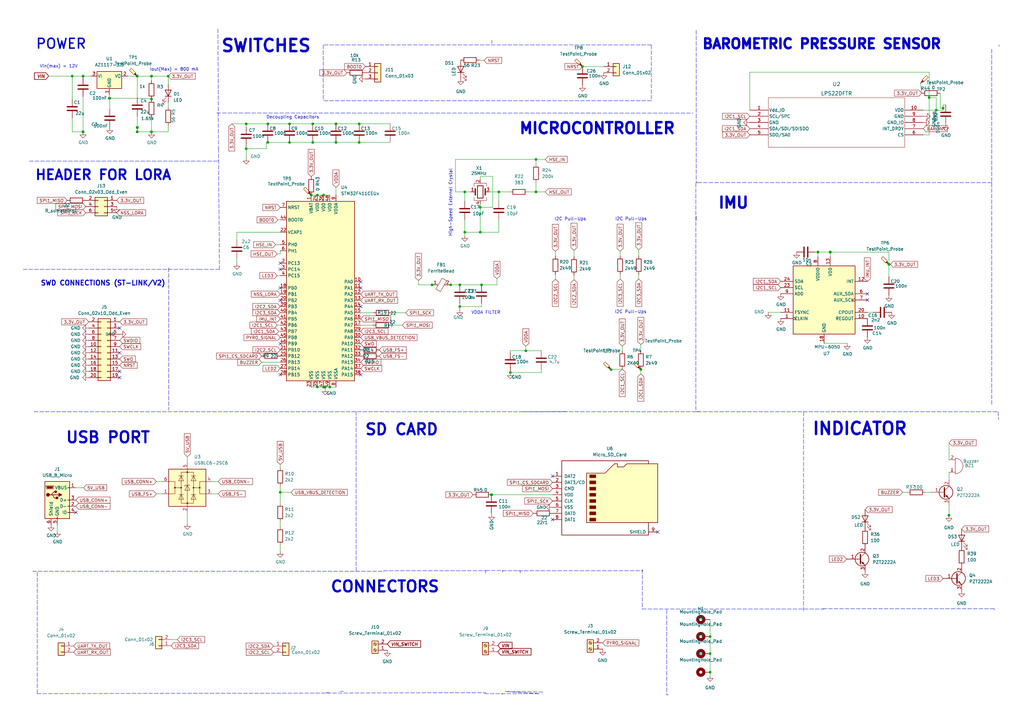
<source format=kicad_sch>
(kicad_sch (version 20211123) (generator eeschema)
  (paper "A3")
  (lib_symbols
    (symbol "Connector:Micro_SD_Card" (pin_names (offset 1.016))
      (property "Reference" "J" (at -16.51 15.24 0))
      (property "Value" "Micro_SD_Card" (at 16.51 15.24 0))
      (symbol "Micro_SD_Card_1_1"
        (pin bidirectional line (at -22.86 7.62 0) (length 3.81) (name "DAT2") (number "1"))
        (pin bidirectional line (at -22.86 5.08 0) (length 3.81) (name "DAT3/CD") (number "2"))
        (pin input line (at -22.86 2.54 0) (length 3.81) (name "CMD") (number "3"))
        (pin power_in line (at -22.86 0 0) (length 3.81) (name "VDD") (number "4"))
        (pin input line (at -22.86 -2.54 0) (length 3.81) (name "CLK") (number "5"))
        (pin power_in line (at -22.86 -5.08 0) (length 3.81) (name "VSS") (number "6"))
        (pin bidirectional line (at -22.86 -7.62 0) (length 3.81) (name "DAT0") (number "7"))
        (pin bidirectional line (at -22.86 -10.16 0) (length 3.81) (name "DAT1") (number "8"))
        (pin passive line (at 20.32 -15.24 180) (length 3.81) (name "SHIELD") (number "9"))
      )
    )
    (symbol "Connector:Screw_Terminal_01x02" (pin_names (offset 1.016) hide)
      (property "Reference" "J" (at 0 2.54 0))
      (property "Value" "Screw_Terminal_01x02" (at 0 -5.08 0))
      (symbol "Screw_Terminal_01x02_1_1"
        (pin passive line (at -5.08 0 0) (length 3.81) (name "Pin_1") (number "1"))
        (pin passive line (at -5.08 -2.54 0) (length 3.81) (name "Pin_2") (number "2"))
      )
    )
    (symbol "Connector:TestPoint_Probe" (pin_numbers hide) (pin_names (offset 0.762) hide)
      (property "Reference" "TP" (at 1.651 5.842 0))
      (property "Value" "TestPoint_Probe" (at 1.651 4.064 0))
      (symbol "TestPoint_Probe_1_1"
        (pin passive line (at 0 0 90) (length 0) (name "1") (number "1"))
      )
    )
    (symbol "Connector:USB_B_Micro" (pin_names (offset 1.016))
      (property "Reference" "J" (at -5.08 11.43 0))
      (property "Value" "USB_B_Micro" (at -5.08 8.89 0))
      (symbol "USB_B_Micro_1_1"
        (pin power_out line (at 7.62 5.08 180) (length 2.54) (name "VBUS") (number "1"))
        (pin bidirectional line (at 7.62 -2.54 180) (length 2.54) (name "D-") (number "2"))
        (pin bidirectional line (at 7.62 0 180) (length 2.54) (name "D+") (number "3"))
        (pin passive line (at 7.62 -5.08 180) (length 2.54) (name "ID") (number "4"))
        (pin power_out line (at 0 -10.16 90) (length 2.54) (name "GND") (number "5"))
        (pin passive line (at -2.54 -10.16 90) (length 2.54) (name "Shield") (number "6"))
      )
    )
    (symbol "Connector_Generic:Conn_01x02" (pin_names (offset 1.016) hide)
      (property "Reference" "J" (at 0 2.54 0))
      (property "Value" "Conn_01x02" (at 0 -5.08 0))
      (symbol "Conn_01x02_1_1"
        (pin passive line (at -5.08 0 0) (length 3.81) (name "Pin_1") (number "1"))
        (pin passive line (at -5.08 -2.54 0) (length 3.81) (name "Pin_2") (number "2"))
      )
    )
    (symbol "Connector_Generic:Conn_01x03" (pin_names (offset 1.016) hide)
      (property "Reference" "J" (at 0 5.08 0))
      (property "Value" "Conn_01x03" (at 0 -5.08 0))
      (symbol "Conn_01x03_1_1"
        (pin passive line (at -5.08 2.54 0) (length 3.81) (name "Pin_1") (number "1"))
        (pin passive line (at -5.08 0 0) (length 3.81) (name "Pin_2") (number "2"))
        (pin passive line (at -5.08 -2.54 0) (length 3.81) (name "Pin_3") (number "3"))
      )
    )
    (symbol "Connector_Generic:Conn_02x03_Odd_Even" (pin_names (offset 1.016) hide)
      (property "Reference" "J" (at 1.27 5.08 0))
      (property "Value" "Conn_02x03_Odd_Even" (at 1.27 -5.08 0))
      (symbol "Conn_02x03_Odd_Even_1_1"
        (pin passive line (at -5.08 2.54 0) (length 3.81) (name "Pin_1") (number "1"))
        (pin passive line (at 7.62 2.54 180) (length 3.81) (name "Pin_2") (number "2"))
        (pin passive line (at -5.08 0 0) (length 3.81) (name "Pin_3") (number "3"))
        (pin passive line (at 7.62 0 180) (length 3.81) (name "Pin_4") (number "4"))
        (pin passive line (at -5.08 -2.54 0) (length 3.81) (name "Pin_5") (number "5"))
        (pin passive line (at 7.62 -2.54 180) (length 3.81) (name "Pin_6") (number "6"))
      )
    )
    (symbol "Connector_Generic:Conn_02x10_Odd_Even" (pin_names (offset 1.016) hide)
      (property "Reference" "J" (at 1.27 12.7 0))
      (property "Value" "Conn_02x10_Odd_Even" (at 1.27 -15.24 0))
      (symbol "Conn_02x10_Odd_Even_1_1"
        (pin passive line (at -5.08 10.16 0) (length 3.81) (name "Pin_1") (number "1"))
        (pin passive line (at 7.62 0 180) (length 3.81) (name "Pin_10") (number "10"))
        (pin passive line (at -5.08 -2.54 0) (length 3.81) (name "Pin_11") (number "11"))
        (pin passive line (at 7.62 -2.54 180) (length 3.81) (name "Pin_12") (number "12"))
        (pin passive line (at -5.08 -5.08 0) (length 3.81) (name "Pin_13") (number "13"))
        (pin passive line (at 7.62 -5.08 180) (length 3.81) (name "Pin_14") (number "14"))
        (pin passive line (at -5.08 -7.62 0) (length 3.81) (name "Pin_15") (number "15"))
        (pin passive line (at 7.62 -7.62 180) (length 3.81) (name "Pin_16") (number "16"))
        (pin passive line (at -5.08 -10.16 0) (length 3.81) (name "Pin_17") (number "17"))
        (pin passive line (at 7.62 -10.16 180) (length 3.81) (name "Pin_18") (number "18"))
        (pin passive line (at -5.08 -12.7 0) (length 3.81) (name "Pin_19") (number "19"))
        (pin passive line (at 7.62 10.16 180) (length 3.81) (name "Pin_2") (number "2"))
        (pin passive line (at 7.62 -12.7 180) (length 3.81) (name "Pin_20") (number "20"))
        (pin passive line (at -5.08 7.62 0) (length 3.81) (name "Pin_3") (number "3"))
        (pin passive line (at 7.62 7.62 180) (length 3.81) (name "Pin_4") (number "4"))
        (pin passive line (at -5.08 5.08 0) (length 3.81) (name "Pin_5") (number "5"))
        (pin passive line (at 7.62 5.08 180) (length 3.81) (name "Pin_6") (number "6"))
        (pin passive line (at -5.08 2.54 0) (length 3.81) (name "Pin_7") (number "7"))
        (pin passive line (at 7.62 2.54 180) (length 3.81) (name "Pin_8") (number "8"))
        (pin passive line (at -5.08 0 0) (length 3.81) (name "Pin_9") (number "9"))
      )
    )
    (symbol "Device:Buzzer" (pin_names (offset 0.0254) hide)
      (property "Reference" "BZ" (at 3.81 1.27 0))
      (property "Value" "Buzzer" (at 3.81 -1.27 0))
      (symbol "Buzzer_1_1"
        (pin passive line (at -2.54 2.54 0) (length 2.54) (name "-") (number "1"))
        (pin passive line (at -2.54 -2.54 0) (length 2.54) (name "+") (number "2"))
      )
    )
    (symbol "Device:C" (pin_numbers hide) (pin_names (offset 0.254))
      (property "Reference" "C" (at 0.635 2.54 0))
      (property "Value" "C" (at 0.635 -2.54 0))
      (symbol "C_1_1"
        (pin passive line (at 0 3.81 270) (length 2.794) (name "~") (number "1"))
        (pin passive line (at 0 -3.81 90) (length 2.794) (name "~") (number "2"))
      )
    )
    (symbol "Device:Crystal_GND24" (pin_names (offset 1.016) hide)
      (property "Reference" "Y" (at 3.175 5.08 0))
      (property "Value" "Crystal_GND24" (at 3.175 3.175 0))
      (symbol "Crystal_GND24_1_1"
        (pin passive line (at -3.81 0 0) (length 1.27) (name "1") (number "1"))
        (pin passive line (at 0 5.08 270) (length 1.27) (name "2") (number "2"))
        (pin passive line (at 3.81 0 180) (length 1.27) (name "3") (number "3"))
        (pin passive line (at 0 -5.08 90) (length 1.27) (name "4") (number "4"))
      )
    )
    (symbol "Device:FerriteBead" (pin_names (offset 0))
      (property "Reference" "FB" (at -3.81 0.635 90))
      (property "Value" "FerriteBead" (at 3.81 0 90))
      (symbol "FerriteBead_1_1"
        (pin passive line (at 0 3.81 270) (length 2.54) (name "~") (number "1"))
        (pin passive line (at 0 -3.81 90) (length 2.54) (name "~") (number "2"))
      )
    )
    (symbol "Device:LED" (pin_numbers hide) (pin_names (offset 1.016) hide)
      (property "Reference" "D" (at 0 2.54 0))
      (property "Value" "LED" (at 0 -2.54 0))
      (symbol "LED_1_1"
        (pin passive line (at -3.81 0 0) (length 2.54) (name "K") (number "1"))
        (pin passive line (at 3.81 0 180) (length 2.54) (name "A") (number "2"))
      )
    )
    (symbol "Device:R" (pin_numbers hide) (pin_names (offset 0))
      (property "Reference" "R" (at 2.032 0 90))
      (property "Value" "R" (at 0 0 90))
      (symbol "R_1_1"
        (pin passive line (at 0 3.81 270) (length 1.27) (name "~") (number "1"))
        (pin passive line (at 0 -3.81 90) (length 1.27) (name "~") (number "2"))
      )
    )
    (symbol "GND_1" (power) (pin_names (offset 0))
      (property "Value" "GND_1" (at 0 -3.81 0))
      (symbol "GND_1_1_1"
        (pin power_in line (at 0 0 270) (length 0) hide (name "GND") (number "1"))
      )
    )
    (symbol "MCU_ST_STM32F4:STM32F411CEUx"
      (property "Reference" "U" (at -15.24 36.83 0))
      (property "Value" "STM32F411CEUx" (at 7.62 36.83 0))
      (symbol "STM32F411CEUx_1_1"
        (pin power_in line (at -5.08 38.1 270) (length 2.54) (name "VBAT") (number "1"))
        (pin bidirectional line (at 15.24 2.54 180) (length 2.54) (name "PA0") (number "10"))
        (pin bidirectional line (at 15.24 0 180) (length 2.54) (name "PA1") (number "11"))
        (pin bidirectional line (at 15.24 -2.54 180) (length 2.54) (name "PA2") (number "12"))
        (pin bidirectional line (at 15.24 -5.08 180) (length 2.54) (name "PA3") (number "13"))
        (pin bidirectional line (at 15.24 -7.62 180) (length 2.54) (name "PA4") (number "14"))
        (pin bidirectional line (at 15.24 -10.16 180) (length 2.54) (name "PA5") (number "15"))
        (pin bidirectional line (at 15.24 -12.7 180) (length 2.54) (name "PA6") (number "16"))
        (pin bidirectional line (at 15.24 -15.24 180) (length 2.54) (name "PA7") (number "17"))
        (pin bidirectional line (at -17.78 0 0) (length 2.54) (name "PB0") (number "18"))
        (pin bidirectional line (at -17.78 -2.54 0) (length 2.54) (name "PB1") (number "19"))
        (pin bidirectional line (at -17.78 10.16 0) (length 2.54) (name "PC13") (number "2"))
        (pin bidirectional line (at -17.78 -5.08 0) (length 2.54) (name "PB2") (number "20"))
        (pin bidirectional line (at -17.78 -25.4 0) (length 2.54) (name "PB10") (number "21"))
        (pin power_in line (at -17.78 22.86 0) (length 2.54) (name "VCAP1") (number "22"))
        (pin power_in line (at -5.08 -40.64 90) (length 2.54) (name "VSS") (number "23"))
        (pin power_in line (at -2.54 38.1 270) (length 2.54) (name "VDD") (number "24"))
        (pin bidirectional line (at -17.78 -27.94 0) (length 2.54) (name "PB12") (number "25"))
        (pin bidirectional line (at -17.78 -30.48 0) (length 2.54) (name "PB13") (number "26"))
        (pin bidirectional line (at -17.78 -33.02 0) (length 2.54) (name "PB14") (number "27"))
        (pin bidirectional line (at -17.78 -35.56 0) (length 2.54) (name "PB15") (number "28"))
        (pin bidirectional line (at 15.24 -17.78 180) (length 2.54) (name "PA8") (number "29"))
        (pin bidirectional line (at -17.78 7.62 0) (length 2.54) (name "PC14") (number "3"))
        (pin bidirectional line (at 15.24 -20.32 180) (length 2.54) (name "PA9") (number "30"))
        (pin bidirectional line (at 15.24 -22.86 180) (length 2.54) (name "PA10") (number "31"))
        (pin bidirectional line (at 15.24 -25.4 180) (length 2.54) (name "PA11") (number "32"))
        (pin bidirectional line (at 15.24 -27.94 180) (length 2.54) (name "PA12") (number "33"))
        (pin bidirectional line (at 15.24 -30.48 180) (length 2.54) (name "PA13") (number "34"))
        (pin power_in line (at -2.54 -40.64 90) (length 2.54) (name "VSS") (number "35"))
        (pin power_in line (at 0 38.1 270) (length 2.54) (name "VDD") (number "36"))
        (pin bidirectional line (at 15.24 -33.02 180) (length 2.54) (name "PA14") (number "37"))
        (pin bidirectional line (at 15.24 -35.56 180) (length 2.54) (name "PA15") (number "38"))
        (pin bidirectional line (at -17.78 -7.62 0) (length 2.54) (name "PB3") (number "39"))
        (pin bidirectional line (at -17.78 5.08 0) (length 2.54) (name "PC15") (number "4"))
        (pin bidirectional line (at -17.78 -10.16 0) (length 2.54) (name "PB4") (number "40"))
        (pin bidirectional line (at -17.78 -12.7 0) (length 2.54) (name "PB5") (number "41"))
        (pin bidirectional line (at -17.78 -15.24 0) (length 2.54) (name "PB6") (number "42"))
        (pin bidirectional line (at -17.78 -17.78 0) (length 2.54) (name "PB7") (number "43"))
        (pin input line (at -17.78 27.94 0) (length 2.54) (name "BOOT0") (number "44"))
        (pin bidirectional line (at -17.78 -20.32 0) (length 2.54) (name "PB8") (number "45"))
        (pin bidirectional line (at -17.78 -22.86 0) (length 2.54) (name "PB9") (number "46"))
        (pin power_in line (at 0 -40.64 90) (length 2.54) (name "VSS") (number "47"))
        (pin power_in line (at 2.54 38.1 270) (length 2.54) (name "VDD") (number "48"))
        (pin power_in line (at 2.54 -40.64 90) (length 2.54) (name "VSS") (number "49"))
        (pin input line (at -17.78 17.78 0) (length 2.54) (name "PH0") (number "5"))
        (pin input line (at -17.78 15.24 0) (length 2.54) (name "PH1") (number "6"))
        (pin input line (at -17.78 33.02 0) (length 2.54) (name "NRST") (number "7"))
        (pin power_in line (at 5.08 -40.64 90) (length 2.54) (name "VSSA") (number "8"))
        (pin power_in line (at 5.08 38.1 270) (length 2.54) (name "VDDA") (number "9"))
      )
    )
    (symbol "Mechanical:MountingHole_Pad" (pin_numbers hide) (pin_names (offset 1.016) hide)
      (property "Reference" "H" (at 0 6.35 0))
      (property "Value" "MountingHole_Pad" (at 0 4.445 0))
      (symbol "MountingHole_Pad_1_1"
        (pin input line (at 0 -2.54 90) (length 2.54) (name "1") (number "1"))
      )
    )
    (symbol "Power_Protection:USBLC6-2SC6" (pin_names hide)
      (property "Reference" "U" (at 2.54 8.89 0))
      (property "Value" "USBLC6-2SC6" (at 2.54 -8.89 0))
      (symbol "USBLC6-2SC6_1_1"
        (pin passive line (at -10.16 -2.54 0) (length 2.54) (name "I/O1") (number "1"))
        (pin passive line (at 0 -10.16 90) (length 2.54) (name "GND") (number "2"))
        (pin passive line (at 10.16 -2.54 180) (length 2.54) (name "I/O2") (number "3"))
        (pin passive line (at 10.16 2.54 180) (length 2.54) (name "I/O2") (number "4"))
        (pin passive line (at 0 10.16 270) (length 2.54) (name "VBUS") (number "5"))
        (pin passive line (at -10.16 2.54 0) (length 2.54) (name "I/O1") (number "6"))
      )
    )
    (symbol "QFN_22DFTR_STM:LPS22DFTR" (pin_names (offset 0.254))
      (property "Reference" "U2" (at 35.56 10.6426 0))
      (property "Value" "LPS22DFTR" (at 35.56 6.8326 0))
      (symbol "LPS22DFTR_0_1"
        (pin power_in line (at 0 0 0) (length 7.62) (name "Vdd_IO") (number "1"))
        (pin power_in line (at 71.12 0 180) (length 7.62) (name "VDD") (number "10"))
        (pin input line (at 0 -2.54 0) (length 7.62) (name "SCL/SPC") (number "2"))
        (pin power_in line (at 0 -5.08 0) (length 7.62) (name "GND") (number "3"))
        (pin bidirectional line (at 0 -7.62 0) (length 7.62) (name "SDA/SDI/SDISDO") (number "4"))
        (pin bidirectional line (at 0 -10.16 0) (length 7.62) (name "SDO/SA0") (number "5"))
        (pin input line (at 71.12 -10.16 180) (length 7.62) (name "CS") (number "6"))
        (pin output line (at 71.12 -7.62 180) (length 7.62) (name "INT_DRDY") (number "7"))
        (pin power_in line (at 71.12 -5.08 180) (length 7.62) (name "GND_IO") (number "8"))
        (pin power_in line (at 71.12 -2.54 180) (length 7.62) (name "GND") (number "9"))
      )
    )
    (symbol "Regulator_Linear:AZ1117-3.3" (pin_names (offset 0.254))
      (property "Reference" "U" (at -3.81 3.175 0))
      (property "Value" "AZ1117-3.3" (at 0 3.175 0))
      (symbol "AZ1117-3.3_1_1"
        (pin power_in line (at 0 -7.62 90) (length 2.54) (name "GND") (number "1"))
        (pin power_out line (at 7.62 0 180) (length 2.54) (name "VO") (number "2"))
        (pin power_in line (at -7.62 0 0) (length 2.54) (name "VI") (number "3"))
      )
    )
    (symbol "Sensor_Motion:MPU-6050"
      (property "Reference" "U" (at -11.43 13.97 0))
      (property "Value" "MPU-6050" (at 7.62 -15.24 0))
      (symbol "MPU-6050_0_0"
        (text "" (at 12.7 -2.54 0) (effects (font (size 1.27 1.27))))
      )
      (symbol "MPU-6050_1_1"
        (pin input clock (at -17.78 -7.62 0) (length 5.08) (name "CLKIN") (number "1"))
        (pin passive line (at 17.78 -7.62 180) (length 5.08) (name "REGOUT") (number "10"))
        (pin input line (at -17.78 -5.08 0) (length 5.08) (name "FSYNC") (number "11"))
        (pin output line (at 17.78 7.62 180) (length 5.08) (name "INT") (number "12"))
        (pin power_in line (at 2.54 17.78 270) (length 3.81) (name "VDD") (number "13"))
        (pin no_connect line (at -12.7 -10.16 0) (length 2.54) hide (name "NC") (number "14"))
        (pin no_connect line (at 12.7 12.7 180) (length 2.54) hide (name "NC") (number "15"))
        (pin no_connect line (at 12.7 10.16 180) (length 2.54) hide (name "NC") (number "16"))
        (pin no_connect line (at 12.7 5.08 180) (length 2.54) hide (name "NC") (number "17"))
        (pin power_in line (at 0 -17.78 90) (length 3.81) (name "GND") (number "18"))
        (pin no_connect line (at 12.7 -10.16 180) (length 2.54) hide (name "NC") (number "19"))
        (pin no_connect line (at -12.7 12.7 0) (length 2.54) hide (name "NC") (number "2"))
        (pin passive line (at 17.78 -5.08 180) (length 5.08) (name "CPOUT") (number "20"))
        (pin no_connect line (at 12.7 -2.54 180) (length 2.54) hide (name "NC") (number "21"))
        (pin no_connect line (at 12.7 -12.7 180) (length 2.54) hide (name "NC") (number "22"))
        (pin input line (at -17.78 5.08 0) (length 5.08) (name "SCL") (number "23"))
        (pin bidirectional line (at -17.78 7.62 0) (length 5.08) (name "SDA") (number "24"))
        (pin no_connect line (at -12.7 10.16 0) (length 2.54) hide (name "NC") (number "3"))
        (pin no_connect line (at -12.7 0 0) (length 2.54) hide (name "NC") (number "4"))
        (pin no_connect line (at -12.7 -2.54 0) (length 2.54) hide (name "NC") (number "5"))
        (pin bidirectional line (at 17.78 2.54 180) (length 5.08) (name "AUX_SDA") (number "6"))
        (pin output clock (at 17.78 0 180) (length 5.08) (name "AUX_SCL") (number "7"))
        (pin power_in line (at -2.54 17.78 270) (length 3.81) (name "VDDIO") (number "8"))
        (pin input line (at -17.78 2.54 0) (length 5.08) (name "AD0") (number "9"))
      )
    )
    (symbol "Transistor_BJT:PZT2222A" (pin_names (offset 0) hide)
      (property "Reference" "Q" (at 5.08 1.905 0))
      (property "Value" "PZT2222A" (at 5.08 0 0))
      (symbol "PZT2222A_1_1"
        (pin input line (at -5.08 0 0) (length 5.08) (name "B") (number "1"))
        (pin passive line (at 2.54 5.08 270) (length 2.54) (name "C") (number "2"))
        (pin passive line (at 2.54 -5.08 90) (length 2.54) (name "E") (number "3"))
      )
    )
    (symbol "power:GND" (power) (pin_names (offset 0))
      (property "Value" "GND" (at 0 -3.81 0))
      (symbol "GND_1_1"
        (pin power_in line (at 0 0 270) (length 0) hide (name "GND") (number "1"))
      )
    )
  )
  (junction (at 291.2364 268.0716))
  (junction (at 128.27 50.8))
  (junction (at 340.5378 103.378))
  (junction (at 133.35 158.75))
  (junction (at 100.965 50.8))
  (junction (at 44.8564 40.2844))
  (junction (at 56.3464 52.3316))
  (junction (at 127.635 80.01))
  (junction (at 201.6252 202.946))
  (junction (at 335.4578 103.378))
  (junction (at 177.2158 116.84))
  (junction (at 56.2864 54.0766))
  (junction (at 109.855 58.42))
  (junction (at 56.2664 54.0616))
  (junction (at 147.32 50.8))
  (junction (at 389.2042 211.328))
  (junction (at 114.935 201.93))
  (junction (at 62.1284 40.6654))
  (junction (at 340.5378 103.4288))
  (junction (at 201.6252 202.8952))
  (junction (at 188.595 125.73))
  (junction (at 34.0614 54.0716))
  (junction (at 364.5916 108.4072))
  (junction (at 215.6714 143.891))
  (junction (at 381.0762 40.005))
  (junction (at 127.635 79.9846))
  (junction (at 250.6218 151.5872))
  (junction (at 128.27 58.42))
  (junction (at 137.795 58.42))
  (junction (at 118.745 58.42))
  (junction (at 56.2864 31.2166))
  (junction (at 209.3214 152.781))
  (junction (at 62.1284 31.2166))
  (junction (at 340.5378 103.4034))
  (junction (at 132.715 80.01))
  (junction (at 188.595 116.84))
  (junction (at 190.627 78.7146))
  (junction (at 238.887 27.305))
  (junction (at 204.597 78.7146))
  (junction (at 262.8392 151.511))
  (junction (at 147.32 58.42))
  (junction (at 109.855 50.8))
  (junction (at 135.255 158.75))
  (junction (at 291.2364 275.6916))
  (junction (at 34.0614 31.2166))
  (junction (at 190.627 95.2246))
  (junction (at 56.2864 52.3016))
  (junction (at 62.1284 54.0766))
  (junction (at 62.1538 31.2166))
  (junction (at 184.8358 116.84))
  (junction (at 34.0564 54.0616))
  (junction (at 100.965 60.96))
  (junction (at 196.977 95.2246))
  (junction (at 340.5378 103.4796))
  (junction (at 219.837 65.3796))
  (junction (at 196.977 85.0646))
  (junction (at 45.0342 40.2844))
  (junction (at 132.715 158.75))
  (junction (at 364.5916 108.4326))
  (junction (at 219.837 78.7146))
  (junction (at 29.6164 31.2166))
  (junction (at 201.6252 202.9206))
  (junction (at 130.175 80.01))
  (junction (at 291.2364 261.0866))
  (junction (at 386.8166 44.3484))
  (junction (at 56.2864 52.2716))
  (junction (at 68.9864 31.242))
  (junction (at 62.1464 54.1016))
  (junction (at 130.175 158.75))
  (junction (at 56.261 31.2166))
  (junction (at 137.795 50.8))
  (junction (at 201.549 202.8952))
  (junction (at 383.9972 45.1612))
  (junction (at 118.745 50.8))
  (junction (at 197.485 116.84))
  (no_connect (at 114.935 118.11))
  (no_connect (at 355.7778 123.0376))
  (no_connect (at 114.935 107.95))
  (no_connect (at 269.7734 218.186))
  (no_connect (at 114.935 153.67))
  (no_connect (at 226.5934 195.326))
  (no_connect (at 49.0982 144.7038))
  (no_connect (at 147.955 115.57))
  (no_connect (at 226.5934 213.106))
  (no_connect (at 49.0982 134.5438))
  (no_connect (at 147.955 153.67))
  (no_connect (at 114.935 110.49))
  (no_connect (at 114.935 140.97))
  (no_connect (at 31.115 210.185))
  (no_connect (at 147.955 125.73))
  (no_connect (at 49.0982 152.3238))
  (no_connect (at 114.935 123.19))
  (no_connect (at 147.955 118.11))
  (no_connect (at 355.7778 120.4976))
  (no_connect (at 49.0982 154.8638))
  (wire (pts (xy 383.4892 45.1866) (xy 383.9972 45.1612)))
  (polyline (pts (xy 409.7528 18.3642) (xy 409.7528 19.0246)))
  (wire (pts (xy 56.2864 52.2716) (xy 56.2664 54.0616)))
  (wire (pts (xy 219.837 65.3796) (xy 219.837 67.2846)))
  (polyline (pts (xy 329.565 168.91) (xy 329.565 250.952)))
  (wire (pts (xy 389.255 207.01) (xy 389.255 211.328)))
  (wire (pts (xy 114.935 190.5) (xy 114.935 191.77)))
  (wire (pts (xy 383.4892 45.1866) (xy 386.8166 45.1866)))
  (wire (pts (xy 215.6714 143.891) (xy 222.0214 143.891)))
  (wire (pts (xy 76.835 187.325) (xy 76.835 189.865)))
  (wire (pts (xy 216.662 78.7146) (xy 219.837 78.7146)))
  (wire (pts (xy 364.5916 108.4326) (xy 365.2266 108.4326)))
  (wire (pts (xy 197.485 125.73) (xy 197.485 124.46)))
  (wire (pts (xy 196.977 73.6346) (xy 196.977 72.3646)))
  (polyline (pts (xy 212.6996 234.0864) (xy 263.6012 234.0864)))
  (wire (pts (xy 147.32 50.8) (xy 160.02 50.8)))
  (wire (pts (xy 202.057 72.3646) (xy 202.057 85.0646)))
  (wire (pts (xy 114.935 213.995) (xy 114.935 216.027)))
  (polyline (pts (xy 206.0448 234.0864) (xy 213.3854 234.0864)))
  (wire (pts (xy 307.5432 45.1612) (xy 307.5432 29.591)))
  (wire (pts (xy 196.977 85.0646) (xy 196.977 95.2246)))
  (wire (pts (xy 190.627 78.7146) (xy 190.627 82.5246)))
  (polyline (pts (xy 201.7522 16.5354) (xy 201.7522 17.8054)))
  (wire (pts (xy 132.715 158.75) (xy 133.35 158.75)))
  (polyline (pts (xy 285.5214 12.4206) (xy 285.5214 74.8792)))
  (polyline (pts (xy 367.3602 114.9604) (xy 367.3602 115.0366)))
  (wire (pts (xy 196.977 85.0646) (xy 196.977 83.7946)))
  (wire (pts (xy 147.955 128.27) (xy 153.035 128.27)))
  (wire (pts (xy 262.8392 151.4602) (xy 262.8392 151.511)))
  (polyline (pts (xy 406.781 165.862) (xy 406.781 20.193)))
  (wire (pts (xy 62.1284 48.2854) (xy 62.1284 54.0766)))
  (wire (pts (xy 315.087 128.1176) (xy 320.2178 128.1176)))
  (wire (pts (xy 135.255 158.75) (xy 137.795 158.75)))
  (polyline (pts (xy 9.525 110.49) (xy 81.915 110.49)))
  (wire (pts (xy 261.9756 112.5728) (xy 261.9756 114.4778)))
  (wire (pts (xy 100.965 50.8) (xy 109.855 50.8)))
  (wire (pts (xy 209.3214 143.891) (xy 215.6714 143.891)))
  (wire (pts (xy 335.4578 103.378) (xy 340.5378 103.378)))
  (wire (pts (xy 196.977 85.0646) (xy 202.057 85.0646)))
  (polyline (pts (xy 267.1572 41.3004) (xy 132.5372 41.3004)))
  (wire (pts (xy 86.995 197.485) (xy 89.535 197.485)))
  (wire (pts (xy 197.485 116.84) (xy 203.835 116.84)))
  (wire (pts (xy 19.939 31.2166) (xy 29.6164 31.2166)))
  (polyline (pts (xy 213.3854 234.0864) (xy 213.3854 235.0008)))
  (wire (pts (xy 227.8126 112.6236) (xy 227.8126 114.5286)))
  (wire (pts (xy 177.2158 116.84) (xy 177.3428 116.84)))
  (wire (pts (xy 133.35 158.75) (xy 135.255 158.75)))
  (wire (pts (xy 130.175 158.75) (xy 132.715 158.75)))
  (wire (pts (xy 291.2364 261.0866) (xy 291.2364 268.0716)))
  (wire (pts (xy 44.8564 40.2844) (xy 62.1284 40.4114)))
  (wire (pts (xy 171.6278 115.0366) (xy 171.6278 116.84)))
  (polyline (pts (xy 263.4742 233.5276) (xy 263.4742 249.7836)))
  (wire (pts (xy 186.817 65.3796) (xy 186.817 78.7146)))
  (wire (pts (xy 209.3214 152.146) (xy 209.3214 152.781)))
  (wire (pts (xy 184.8358 116.84) (xy 188.595 116.84)))
  (polyline (pts (xy 199.1868 233.9848) (xy 206.1972 233.9848)))
  (wire (pts (xy 147.32 58.42) (xy 160.02 58.42)))
  (wire (pts (xy 340.5378 103.4288) (xy 340.5378 103.4034)))
  (wire (pts (xy 196.977 95.2246) (xy 190.627 95.2246)))
  (wire (pts (xy 235.4326 112.8268) (xy 235.4326 114.7318)))
  (wire (pts (xy 227.8126 103.0986) (xy 227.8126 105.0036)))
  (wire (pts (xy 34.0614 54.0716) (xy 34.0614 54.0766)))
  (wire (pts (xy 203.835 114.3) (xy 203.835 116.84)))
  (wire (pts (xy 383.9718 40.005) (xy 383.9972 45.1612)))
  (polyline (pts (xy 285.5214 74.8792) (xy 286.1056 74.8792)))
  (wire (pts (xy 56.261 31.2166) (xy 56.2864 31.2166)))
  (wire (pts (xy 56.2864 52.2716) (xy 56.2864 52.3016)))
  (polyline (pts (xy 267.1572 18.4404) (xy 267.1572 41.3004)))
  (wire (pts (xy 62.1538 31.2166) (xy 68.9864 31.2166)))
  (wire (pts (xy 127.635 158.75) (xy 130.175 158.75)))
  (wire (pts (xy 130.175 80.01) (xy 132.715 80.01)))
  (wire (pts (xy 389.255 211.328) (xy 389.2042 211.328)))
  (wire (pts (xy 29.6164 48.3616) (xy 29.6164 54.0766)))
  (wire (pts (xy 137.795 58.42) (xy 147.32 58.42)))
  (wire (pts (xy 190.627 90.1446) (xy 190.627 95.2246)))
  (polyline (pts (xy 207.2386 283.6164) (xy 222.885 283.845)))
  (wire (pts (xy 254.3556 112.5728) (xy 254.3556 114.4778)))
  (polyline (pts (xy 133.604 284.1498) (xy 135.001 284.1498)))
  (polyline (pts (xy 89.6112 66.0654) (xy 89.6112 65.532)))
  (wire (pts (xy 97.155 95.25) (xy 114.935 95.25)))
  (wire (pts (xy 238.887 27.305) (xy 247.65 27.305)))
  (wire (pts (xy 209.3214 143.891) (xy 209.3214 144.526)))
  (wire (pts (xy 114.935 201.93) (xy 119.38 201.93)))
  (wire (pts (xy 56.2864 52.3016) (xy 56.3464 52.3316)))
  (wire (pts (xy 68.9864 31.2166) (xy 68.9864 31.242)))
  (wire (pts (xy 262.8392 141.3002) (xy 262.8392 143.8402)))
  (wire (pts (xy 56.3464 52.3316) (xy 56.2864 52.2716)))
  (wire (pts (xy 109.855 58.42) (xy 118.745 58.42)))
  (wire (pts (xy 340.5378 103.4796) (xy 340.5378 103.4288)))
  (polyline (pts (xy 206.1972 233.9848) (xy 206.1972 234.6706)))
  (wire (pts (xy 137.795 50.8) (xy 147.32 50.8)))
  (wire (pts (xy 386.8166 44.3484) (xy 386.8166 45.1866)))
  (wire (pts (xy 113.665 113.03) (xy 114.935 113.03)))
  (wire (pts (xy 250.571 151.5364) (xy 250.6218 151.5872)))
  (wire (pts (xy 201.6252 202.946) (xy 226.5934 202.946)))
  (wire (pts (xy 190.627 78.7146) (xy 193.167 78.7146)))
  (wire (pts (xy 378.0028 38.2016) (xy 377.571 34.1376)))
  (polyline (pts (xy 90.0176 110.49) (xy 81.915 110.49)))
  (wire (pts (xy 23.495 215.265) (xy 23.495 217.805)))
  (wire (pts (xy 335.4578 103.378) (xy 335.4578 105.2576)))
  (wire (pts (xy 340.5378 103.4034) (xy 364.5916 103.4034)))
  (wire (pts (xy 127.635 79.9846) (xy 127.635 80.01)))
  (wire (pts (xy 235.4326 102.6668) (xy 235.4326 105.2068)))
  (wire (pts (xy 261.9756 102.4128) (xy 261.9756 104.9528)))
  (wire (pts (xy 147.955 133.35) (xy 152.9334 133.35)))
  (wire (pts (xy 70.2056 262.3058) (xy 72.771 262.3058)))
  (wire (pts (xy 160.655 128.27) (xy 166.37 128.27)))
  (wire (pts (xy 222.0214 151.511) (xy 222.0214 152.781)))
  (wire (pts (xy 198.5772 24.7904) (xy 196.596 24.638)))
  (polyline (pts (xy 13.97 168.91) (xy 286.385 168.91)))
  (wire (pts (xy 223.647 65.3796) (xy 219.837 65.3796)))
  (polyline (pts (xy 263.6012 234.0864) (xy 263.6012 233.8832)))
  (wire (pts (xy 113.9444 90.17) (xy 114.935 90.17)))
  (wire (pts (xy 385.6228 44.3484) (xy 386.8166 44.3484)))
  (wire (pts (xy 114.935 135.89) (xy 114.3 135.89)))
  (wire (pts (xy 52.4764 31.2166) (xy 56.261 31.2166)))
  (wire (pts (xy 114.935 133.35) (xy 113.665 133.35)))
  (wire (pts (xy 385.6228 38.2016) (xy 385.6228 44.3484)))
  (wire (pts (xy 29.6164 31.2166) (xy 34.0614 31.2166)))
  (wire (pts (xy 128.27 50.8) (xy 137.795 50.8)))
  (wire (pts (xy 68.9864 51.5366) (xy 68.9864 54.0766)))
  (wire (pts (xy 381.0762 40.005) (xy 383.9718 40.005)))
  (wire (pts (xy 291.2364 276.9616) (xy 291.2364 275.6916)))
  (wire (pts (xy 340.5378 103.4796) (xy 340.5378 105.2576)))
  (polyline (pts (xy 15.24 234.696) (xy 15.24 284.48)))
  (wire (pts (xy 97.155 98.425) (xy 97.155 95.25)))
  (wire (pts (xy 56.2864 40.1066) (xy 56.2864 31.2166)))
  (wire (pts (xy 219.837 78.7146) (xy 223.647 78.7146)))
  (wire (pts (xy 64.135 197.485) (xy 66.675 197.485)))
  (wire (pts (xy 118.745 58.42) (xy 128.27 58.42)))
  (wire (pts (xy 200.787 78.7146) (xy 204.597 78.7146)))
  (wire (pts (xy 204.597 95.2246) (xy 196.977 95.2246)))
  (polyline (pts (xy 407.8478 249.682) (xy 407.8478 250.19)))
  (polyline (pts (xy 285.5214 88.6714) (xy 285.5214 90.3732)))
  (wire (pts (xy 34.0614 31.2166) (xy 34.0614 31.9532)))
  (wire (pts (xy 364.5916 108.4326) (xy 364.5916 113.5126)))
  (wire (pts (xy 113.03 100.33) (xy 114.935 100.33)))
  (wire (pts (xy 379.603 201.93) (xy 381.635 201.93)))
  (polyline (pts (xy 157.353 234.061) (xy 199.263 234.061)))
  (polyline (pts (xy 69.215 109.855) (xy 69.215 168.275)))
  (wire (pts (xy 44.8564 40.2844) (xy 45.0342 44.6786)))
  (wire (pts (xy 114.935 104.14) (xy 114.935 102.87)))
  (wire (pts (xy 62.1284 31.2166) (xy 62.1284 33.0454)))
  (wire (pts (xy 56.2864 47.7266) (xy 56.2864 52.2716)))
  (wire (pts (xy 56.2864 54.0766) (xy 62.1284 54.0766)))
  (wire (pts (xy 95.0468 50.8) (xy 100.965 50.8)))
  (wire (pts (xy 378.6632 45.1612) (xy 383.9972 45.1612)))
  (wire (pts (xy 100.965 60.96) (xy 109.22 60.96)))
  (polyline (pts (xy 220.98 284.48) (xy 207.2386 283.6164)))
  (wire (pts (xy 113.665 104.14) (xy 114.935 104.14)))
  (wire (pts (xy 190.627 96.4946) (xy 190.627 95.2246)))
  (polyline (pts (xy 12.0396 66.0654) (xy 89.6112 66.0654)))
  (wire (pts (xy 34.0614 31.2166) (xy 37.2364 31.2166)))
  (wire (pts (xy 68.9864 42.0116) (xy 68.9864 43.9166)))
  (polyline (pts (xy 139.4714 283.5656) (xy 140.8684 283.5656)))
  (wire (pts (xy 196.977 72.3646) (xy 202.057 72.3646)))
  (wire (pts (xy 29.6164 31.2166) (xy 29.6164 40.7416)))
  (wire (pts (xy 381.0762 29.591) (xy 381.0762 40.005)))
  (polyline (pts (xy 232.0036 168.783) (xy 213.995 168.91)))
  (wire (pts (xy 188.595 116.84) (xy 197.485 116.84)))
  (wire (pts (xy 184.785 116.84) (xy 184.8358 116.84)))
  (wire (pts (xy 188.595 125.73) (xy 188.595 127)))
  (polyline (pts (xy 132.5372 18.4404) (xy 132.5372 41.3004)))
  (wire (pts (xy 109.855 50.8) (xy 118.745 50.8)))
  (polyline (pts (xy 285.4198 75.057) (xy 285.4198 168.8084)))
  (wire (pts (xy 34.0614 39.5732) (xy 34.0614 54.0716)))
  (wire (pts (xy 219.837 74.9046) (xy 219.837 78.7146)))
  (wire (pts (xy 76.835 210.185) (xy 76.835 214.63)))
  (wire (pts (xy 31.115 200.025) (xy 34.29 200.025)))
  (wire (pts (xy 215.6714 141.986) (xy 215.6714 143.891)))
  (polyline (pts (xy 286.0294 168.91) (xy 409.3464 168.8846)))
  (wire (pts (xy 127.635 80.01) (xy 130.175 80.01)))
  (wire (pts (xy 133.35 158.75) (xy 133.35 159.385)))
  (wire (pts (xy 132.715 80.01) (xy 135.255 80.01)))
  (wire (pts (xy 364.5916 103.4034) (xy 364.5916 108.4072)))
  (polyline (pts (xy 89.6112 60.8838) (xy 90.0176 110.49)))
  (wire (pts (xy 56.2864 31.2166) (xy 62.1284 31.2166)))
  (wire (pts (xy 100.965 50.8) (xy 100.965 52.07)))
  (wire (pts (xy 114.935 199.39) (xy 114.935 201.93)))
  (wire (pts (xy 204.597 78.7146) (xy 204.597 82.5246)))
  (wire (pts (xy 128.27 58.42) (xy 137.795 58.42)))
  (wire (pts (xy 209.3214 152.781) (xy 222.0214 152.781)))
  (polyline (pts (xy 286.1818 74.8792) (xy 406.781 74.8792)))
  (wire (pts (xy 118.745 50.8) (xy 128.27 50.8)))
  (wire (pts (xy 255.2192 141.9352) (xy 255.2192 143.8402)))
  (polyline (pts (xy 198.755 284.48) (xy 220.98 284.48)))
  (wire (pts (xy 68.9864 31.242) (xy 68.9864 34.3916)))
  (wire (pts (xy 204.597 78.7146) (xy 209.042 78.7146)))
  (wire (pts (xy 188.595 124.46) (xy 188.595 125.73)))
  (wire (pts (xy 44.8564 38.8366) (xy 44.8564 40.2844)))
  (polyline (pts (xy 337.4644 249.682) (xy 407.8478 249.682)))
  (wire (pts (xy 62.1538 31.2166) (xy 62.1284 31.2166)))
  (wire (pts (xy 137.795 76.835) (xy 137.795 80.01)))
  (wire (pts (xy 381.0762 55.3212) (xy 378.6632 55.3212)))
  (wire (pts (xy 44.8564 40.2844) (xy 45.0342 40.2844)))
  (wire (pts (xy 262.8392 151.511) (xy 262.8392 153.3652)))
  (wire (pts (xy 86.995 202.565) (xy 89.535 202.565)))
  (wire (pts (xy 370.205 201.93) (xy 371.983 201.93)))
  (polyline (pts (xy 267.1572 18.4404) (xy 132.5372 18.4404)))
  (wire (pts (xy 164.9984 133.35) (xy 160.5534 133.35)))
  (polyline (pts (xy 285.4198 168.8084) (xy 286.9184 168.8084)))
  (wire (pts (xy 340.5378 103.378) (xy 340.5378 103.4034)))
  (wire (pts (xy 307.5432 29.591) (xy 381.0762 29.591)))
  (wire (pts (xy 364.5916 108.4072) (xy 364.5916 108.4326)))
  (wire (pts (xy 29.6164 54.0766) (xy 34.0614 54.0766)))
  (wire (pts (xy 109.22 58.42) (xy 109.855 58.42)))
  (wire (pts (xy 62.1284 40.4114) (xy 62.1284 40.6654)))
  (polyline (pts (xy 406.781 74.8792) (xy 406.781 74.803)))
  (polyline (pts (xy 13.335 234.315) (xy 157.48 234.315)))
  (polyline (pts (xy 409.3464 168.8846) (xy 409.575 172.085)))
  (polyline (pts (xy 263.4742 249.7836) (xy 338.0994 249.7836)))
  (wire (pts (xy 201.6252 202.8952) (xy 201.6252 202.9206)))
  (wire (pts (xy 389.255 181.61) (xy 389.255 188.595)))
  (wire (pts (xy 100.965 60.96) (xy 100.965 64.77)))
  (wire (pts (xy 97.155 106.045) (xy 97.155 107.95)))
  (wire (pts (xy 109.22 60.96) (xy 109.22 58.42)))
  (wire (pts (xy 64.135 202.565) (xy 66.675 202.565)))
  (wire (pts (xy 100.965 59.69) (xy 100.965 60.96)))
  (polyline (pts (xy 205.867 284.7086) (xy 206.1718 284.7086)))
  (wire (pts (xy 291.2364 268.0716) (xy 291.2364 275.6916)))
  (wire (pts (xy 62.1284 54.0766) (xy 68.9864 54.0766)))
  (wire (pts (xy 250.571 151.5364) (xy 255.2192 151.4602)))
  (wire (pts (xy 387.8834 43.053) (xy 386.8166 43.053)))
  (polyline (pts (xy 100.965 46.355) (xy 284.353 46.3804)))
  (wire (pts (xy 337.9978 140.8176) (xy 347.4466 140.8176)))
  (polyline (pts (xy 88.9 46.355) (xy 100.965 46.355)))
  (polyline (pts (xy 199.263 234.061) (xy 199.263 235.077)))
  (wire (pts (xy 201.549 210.5152) (xy 201.6252 210.8454)))
  (wire (pts (xy 355.7778 128.1176) (xy 358.0892 128.1176)))
  (polyline (pts (xy 358.2416 132.0292) (xy 358.2416 132.1562)))
  (polyline (pts (xy 273.4818 250.0884) (xy 273.4818 284.9626)))
  (wire (pts (xy 219.837 65.3796) (xy 186.817 65.3796)))
  (polyline (pts (xy 15.24 284.48) (xy 199.263 284.1244)))
  (wire (pts (xy 114.935 201.93) (xy 114.935 206.375)))
  (wire (pts (xy 254.3556 103.0478) (xy 254.3556 104.9528)))
  (wire (pts (xy 56.2864 52.3016) (xy 56.2864 54.0766)))
  (wire (pts (xy 171.6278 116.84) (xy 177.2158 116.84)))
  (wire (pts (xy 201.6252 202.9206) (xy 201.6252 202.946)))
  (wire (pts (xy 389.255 193.675) (xy 389.255 196.85)))
  (wire (pts (xy 204.597 90.1446) (xy 204.597 95.2246)))
  (polyline (pts (xy 273.4818 284.9626) (xy 274.1168 284.9626)))
  (wire (pts (xy 188.595 125.73) (xy 197.485 125.73)))
  (wire (pts (xy 386.8166 43.053) (xy 386.8166 44.3484)))
  (wire (pts (xy 218.7194 210.566) (xy 218.9734 210.566)))
  (wire (pts (xy 291.2364 254.1016) (xy 291.2364 261.0866)))
  (polyline (pts (xy 89.3826 11.811) (xy 89.6112 60.8838)))
  (wire (pts (xy 107.315 148.59) (xy 114.935 148.59)))
  (wire (pts (xy 378.9934 47.7012) (xy 378.6632 47.7012)))
  (wire (pts (xy 381.0762 40.005) (xy 381.0762 55.3212)))
  (wire (pts (xy 186.817 78.7146) (xy 190.627 78.7146)))
  (wire (pts (xy 387.8834 50.673) (xy 387.8834 51.0794)))
  (wire (pts (xy 114.935 223.647) (xy 114.935 226.06)))
  (polyline (pts (xy 146.05 234.315) (xy 146.05 168.91)))
  (wire (pts (xy 201.549 202.8952) (xy 201.6252 202.8952)))
  (wire (pts (xy 334.3402 103.378) (xy 335.4578 103.378)))
  (text "High-Speed Externel Crystal" (at 185.547 97.1296 90) (effects (font (size 1.27 1.27)) (justify left bottom)))
  (text "SWD CONNECTIONS (ST-LINK/V2)\n\n" (at 67.945 120.65 180) (effects (font (size 2 2) (thickness 0.4) bold) (justify right bottom)))
  (text "I2C Pull-Ups" (at 252.2728 90.6526 0) (effects (font (size 1.27 1.27)) (justify left bottom)))
  (text "MICROCONTROLLER" (at 212.5726 55.4482 0) (effects (font (size 4.5 4.5) (thickness 1.0008) bold) (justify left bottom)))
  (text "CONNECTORS\n" (at 135.2296 243.4082 0) (effects (font (size 4.5 4.5) (thickness 0.9) bold) (justify left bottom)))
  (text "Vin(max) = 12V\n" (at 16.2814 28.0416 0) (effects (font (size 1.27 1.27)) (justify left bottom)))
  (text "IMU\n\n" (at 307.4924 93.2434 180) (effects (font (size 4.5 4.5) (thickness 1.0008) bold) (justify right bottom)))
  (text "SD CARD\n" (at 149.3774 178.9684 0) (effects (font (size 4.5 4.5) (thickness 0.9) bold) (justify left bottom)))
  (text "DO I NEED TO SPLIT THE GND PLANE BELOW USB?\n" (at 70.866 312.166 0) (effects (font (size 1.27 1.27)) (justify left bottom)))
  (text "Iout(Max) = 800 mA" (at 61.3664 29.3116 0) (effects (font (size 1.27 1.27)) (justify left bottom)))
  (text "BAROMETRIC PRESSURE SENSOR\n" (at 386.461 20.5486 180) (effects (font (size 4 4) (thickness 1.0008) bold) (justify right bottom)))
  (text "USB PORT" (at 26.67 182.245 0) (effects (font (size 4.5 4.5) (thickness 0.9) bold) (justify left bottom)))
  (text "Decoupling Capacitors" (at 109.22 48.895 0) (effects (font (size 1.27 1.27)) (justify left bottom)))
  (text "POWER" (at 14.478 20.4978 0) (effects (font (size 4 4) (thickness 0.6) bold) (justify left bottom)))
  (text "HEADER FOR LORA\n" (at 14.1224 74.2696 0) (effects (font (size 4 4) (thickness 0.8) bold) (justify left bottom)))
  (text "I2C Pull-Ups" (at 227.3808 90.678 0) (effects (font (size 1.27 1.27)) (justify left bottom)))
  (text "INDICATOR\n" (at 332.8416 178.9176 0) (effects (font (size 5.0038 5.0038) (thickness 1.0008) bold) (justify left bottom)))
  (text "I2C Pull-Ups" (at 252.1458 128.778 0) (effects (font (size 1.27 1.27)) (justify left bottom)))
  (text "VDDA FILTER\n" (at 193.294 129.032 0) (effects (font (size 1.27 1.27)) (justify left bottom)))
  (text "SWITCHES" (at 127.9144 21.8694 180) (effects (font (size 5.0038 5.0038) (thickness 1.0008) bold) (justify right bottom)))
  (global_label "3.3V_OUT" (shape input) (at 127.635 72.39 90) (property "Intersheet References" "${INTERSHEET_REFS}" (effects hide)))
  (global_label "USB_CONN+" (shape input) (at 64.135 197.485 180) (property "Intersheet References" "${INTERSHEET_REFS}" (effects hide)))
  (global_label "IMU_INT" (shape input) (at 355.7778 115.4176 90) (property "Intersheet References" "${INTERSHEET_REFS}" (effects hide)))
  (global_label "SPI1_CS_SDCARD" (shape input) (at 107.315 146.05 180) (property "Intersheet References" "${INTERSHEET_REFS}" (effects hide)))
  (global_label "SPI1_MOSI" (shape input) (at 226.5934 200.406 180) (effects (font italic)) (property "Intersheet References" "${INTERSHEET_REFS}" (effects hide)))
  (global_label "USB_FS+" (shape input) (at 64.135 202.565 180) (property "Intersheet References" "${INTERSHEET_REFS}" (effects hide)))
  (global_label "3.3V_OUT" (shape input) (at 142.24 29.845 180) (property "Intersheet References" "${INTERSHEET_REFS}" (effects hide)))
  (global_label "SPI1_MISO" (shape input) (at 27.5336 82.1944 180) (effects (font italic)) (property "Intersheet References" "${INTERSHEET_REFS}" (effects hide)))
  (global_label "I2C3_SCL" (shape input) (at 254.3556 114.4778 270) (property "Intersheet References" "${INTERSHEET_REFS}" (effects hide)))
  (global_label "3.3V_OUT" (shape input) (at 262.8392 141.3002 90) (property "Intersheet References" "${INTERSHEET_REFS}" (effects hide)))
  (global_label "I2C1_SDA" (shape input) (at 320.2178 115.4176 180) (property "Intersheet References" "${INTERSHEET_REFS}" (effects hide)))
  (global_label "VIN_SWITCH" (shape input) (at 158.9024 264.16 0) (effects (font (thickness 0.254) bold italic)) (property "Intersheet References" "${INTERSHEET_REFS}" (effects hide)))
  (global_label "BOOT0" (shape input) (at 149.86 27.305 180) (property "Intersheet References" "${INTERSHEET_REFS}" (effects hide)))
  (global_label "SWO" (shape input) (at 147.955 140.97 0) (property "Intersheet References" "${INTERSHEET_REFS}" (effects hide)))
  (global_label "3.3V_OUT" (shape input) (at 254.3556 103.0478 90) (property "Intersheet References" "${INTERSHEET_REFS}" (effects hide)))
  (global_label "IMU_INT" (shape input) (at 114.935 130.81 180) (property "Intersheet References" "${INTERSHEET_REFS}" (effects hide)))
  (global_label "VDDA" (shape input) (at 203.835 114.3 90) (property "Intersheet References" "${INTERSHEET_REFS}" (effects hide)))
  (global_label "NRST" (shape input) (at 198.5772 24.7904 0) (property "Intersheet References" "${INTERSHEET_REFS}" (effects hide)))
  (global_label "3.3V_OUT" (shape input) (at 365.2266 108.4326 0) (property "Intersheet References" "${INTERSHEET_REFS}" (effects hide)))
  (global_label "I2C1_SCL" (shape input) (at 320.2178 117.9576 180) (property "Intersheet References" "${INTERSHEET_REFS}" (effects hide)))
  (global_label "LED3" (shape input) (at 386.7912 237.2614 180) (property "Intersheet References" "${INTERSHEET_REFS}" (effects hide)))
  (global_label "SWCLK" (shape input) (at 49.0982 142.1638 0) (property "Intersheet References" "${INTERSHEET_REFS}" (effects hide)))
  (global_label "NRST" (shape input) (at 238.887 27.305 180) (property "Intersheet References" "${INTERSHEET_REFS}" (effects hide)))
  (global_label "USB_CONN-" (shape input) (at 89.535 197.485 0) (property "Intersheet References" "${INTERSHEET_REFS}" (effects hide)))
  (global_label "BUZZER" (shape input) (at 107.315 148.59 180) (property "Intersheet References" "${INTERSHEET_REFS}" (effects hide)))
  (global_label "3.3V_OUT" (shape input) (at 378.0028 38.2016 180) (property "Intersheet References" "${INTERSHEET_REFS}" (effects hide)))
  (global_label "UART_TX_OUT" (shape input) (at 147.955 120.65 0) (property "Intersheet References" "${INTERSHEET_REFS}" (effects hide)))
  (global_label "3.3V_OUT" (shape input) (at 171.6278 115.0366 90) (property "Intersheet References" "${INTERSHEET_REFS}" (effects hide)))
  (global_label "NSS_LORA" (shape input) (at 114.935 120.65 180) (property "Intersheet References" "${INTERSHEET_REFS}" (effects hide)))
  (global_label "UART_TX_OUT" (shape input) (at 30.1752 264.9474 0) (property "Intersheet References" "${INTERSHEET_REFS}" (effects hide)))
  (global_label "3.3V_OUT" (shape input) (at 47.8536 82.1944 0) (property "Intersheet References" "${INTERSHEET_REFS}" (effects hide)))
  (global_label "I2C2_SCL" (shape input) (at 114.935 143.51 180) (property "Intersheet References" "${INTERSHEET_REFS}" (effects hide)))
  (global_label "3.3V_OUT" (shape input) (at 307.5432 55.3212 180) (property "Intersheet References" "${INTERSHEET_REFS}" (effects hide)))
  (global_label "SWDIO" (shape input) (at 49.0982 139.6238 0) (property "Intersheet References" "${INTERSHEET_REFS}" (effects hide)))
  (global_label "SPI1_SCK" (shape input) (at 35.1536 87.2744 180) (effects (font italic)) (property "Intersheet References" "${INTERSHEET_REFS}" (effects hide)))
  (global_label "SWO" (shape input) (at 49.0982 147.2438 0) (property "Intersheet References" "${INTERSHEET_REFS}" (effects hide)))
  (global_label "NRST" (shape input) (at 49.0982 149.7838 0) (property "Intersheet References" "${INTERSHEET_REFS}" (effects hide)))
  (global_label "I2C1_SDA" (shape input) (at 114.3 135.89 180) (property "Intersheet References" "${INTERSHEET_REFS}" (effects hide)))
  (global_label "LED2" (shape input) (at 114.935 151.13 180) (property "Intersheet References" "${INTERSHEET_REFS}" (effects hide)))
  (global_label "I2C2_SDA" (shape input) (at 112.1664 264.9982 180) (property "Intersheet References" "${INTERSHEET_REFS}" (effects hide)))
  (global_label "USB_FS-" (shape input) (at 89.535 202.565 0) (property "Intersheet References" "${INTERSHEET_REFS}" (effects hide)))
  (global_label "HSE_IN" (shape input) (at 113.03 100.33 180) (property "Intersheet References" "${INTERSHEET_REFS}" (effects hide)))
  (global_label "I2C2_SCL" (shape input) (at 227.8126 114.5286 270) (property "Intersheet References" "${INTERSHEET_REFS}" (effects hide)))
  (global_label "NRST" (shape input) (at 114.935 85.09 180) (property "Intersheet References" "${INTERSHEET_REFS}" (effects hide)))
  (global_label "HSE_OUT" (shape input) (at 223.647 78.7146 0) (property "Intersheet References" "${INTERSHEET_REFS}" (effects hide)))
  (global_label "VIN" (shape input) (at 19.939 31.2166 180) (effects (font (thickness 0.254) bold italic)) (property "Intersheet References" "${INTERSHEET_REFS}" (effects hide)))
  (global_label "5V_USB" (shape input) (at 34.29 200.025 0) (property "Intersheet References" "${INTERSHEET_REFS}" (effects hide)))
  (global_label "I2C3_SCL" (shape input) (at 72.771 262.3058 0) (property "Intersheet References" "${INTERSHEET_REFS}" (effects hide)))
  (global_label "I2C1_SCL" (shape input) (at 113.665 133.35 180) (property "Intersheet References" "${INTERSHEET_REFS}" (effects hide)))
  (global_label "SWDIO" (shape input) (at 147.955 148.59 0) (property "Intersheet References" "${INTERSHEET_REFS}" (effects hide)))
  (global_label "5V_USB" (shape input) (at 76.835 187.325 90) (property "Intersheet References" "${INTERSHEET_REFS}" (effects hide)))
  (global_label "PYRO_SIGNAL" (shape input) (at 247.1674 263.6774 0) (property "Intersheet References" "${INTERSHEET_REFS}" (effects hide)))
  (global_label "I2C3_SDA" (shape input) (at 114.935 128.27 180) (property "Intersheet References" "${INTERSHEET_REFS}" (effects hide)))
  (global_label "USB_VBUS_DETECTION" (shape input) (at 119.38 201.93 0) (property "Intersheet References" "${INTERSHEET_REFS}" (effects hide)))
  (global_label "PYRO_SIGNAL" (shape input) (at 114.935 138.43 180) (property "Intersheet References" "${INTERSHEET_REFS}" (effects hide)))
  (global_label "BOOT0" (shape input) (at 113.9444 90.17 180) (property "Intersheet References" "${INTERSHEET_REFS}" (effects hide)))
  (global_label "SPI1_SCK" (shape input) (at 166.37 128.27 0) (effects (font italic)) (property "Intersheet References" "${INTERSHEET_REFS}" (effects hide)))
  (global_label "I2C2_SDA" (shape input) (at 114.935 125.73 180) (property "Intersheet References" "${INTERSHEET_REFS}" (effects hide)))
  (global_label "3.3V_OUT" (shape input) (at 255.2192 141.9352 90) (property "Intersheet References" "${INTERSHEET_REFS}" (effects hide)))
  (global_label "SPI1_MOSI" (shape input) (at 35.1536 84.7344 180) (effects (font italic)) (property "Intersheet References" "${INTERSHEET_REFS}" (effects hide)))
  (global_label "3.3V_OUT" (shape input) (at 389.255 181.61 0) (property "Intersheet References" "${INTERSHEET_REFS}" (effects hide)))
  (global_label "I2C3_SDA" (shape input) (at 261.9756 114.4778 270) (property "Intersheet References" "${INTERSHEET_REFS}" (effects hide)))
  (global_label "VIN_SWITCH" (shape input) (at 204.1906 267.3096 0) (effects (font (thickness 0.254) bold italic)) (property "Intersheet References" "${INTERSHEET_REFS}" (effects hide)))
  (global_label "I2C2_SDA" (shape input) (at 235.4326 114.7318 270) (property "Intersheet References" "${INTERSHEET_REFS}" (effects hide)))
  (global_label "UART_RX_OUT" (shape input) (at 147.955 123.19 0) (property "Intersheet References" "${INTERSHEET_REFS}" (effects hide)))
  (global_label "3.3V_OUT" (shape input) (at 36.3982 132.0038 180) (property "Intersheet References" "${INTERSHEET_REFS}" (effects hide)))
  (global_label "3.3V_OUT" (shape input) (at 394.4112 216.9414 0) (property "Intersheet References" "${INTERSHEET_REFS}" (effects hide)))
  (global_label "SPI1_MISO" (shape input) (at 147.955 130.81 0) (effects (font italic)) (property "Intersheet References" "${INTERSHEET_REFS}" (effects hide)))
  (global_label "3.3V_OUT" (shape input) (at 235.4326 102.6668 90) (property "Intersheet References" "${INTERSHEET_REFS}" (effects hide)))
  (global_label "I2C3_SCL" (shape input) (at 147.955 135.89 0) (property "Intersheet References" "${INTERSHEET_REFS}" (effects hide)))
  (global_label "USB_FS-" (shape input) (at 155.575 146.05 0) (property "Intersheet References" "${INTERSHEET_REFS}" (effects hide)))
  (global_label "3.3V_OUT" (shape input) (at 194.0052 202.9206 180) (property "Intersheet References" "${INTERSHEET_REFS}" (effects hide)))
  (global_label "SPI1_MISO" (shape input) (at 218.7194 210.566 180) (property "Intersheet References" "${INTERSHEET_REFS}" (effects hide)))
  (global_label "HSE_IN" (shape input) (at 223.647 65.3796 0) (property "Intersheet References" "${INTERSHEET_REFS}" (effects hide)))
  (global_label "I2C1_SDA" (shape input) (at 307.5432 52.7812 180) (property "Intersheet References" "${INTERSHEET_REFS}" (effects hide)))
  (global_label "LED3" (shape input) (at 113.665 113.03 180) (property "Intersheet References" "${INTERSHEET_REFS}" (effects hide)))
  (global_label "I2C3_SDA" (shape input) (at 70.2056 264.8458 0) (property "Intersheet References" "${INTERSHEET_REFS}" (effects hide)))
  (global_label "3.3V_OUT" (shape input) (at 261.9756 102.4128 90) (property "Intersheet References" "${INTERSHEET_REFS}" (effects hide)))
  (global_label "BUZZER" (shape input) (at 370.205 201.93 180) (property "Intersheet References" "${INTERSHEET_REFS}" (effects hide)))
  (global_label "VDDA" (shape input) (at 215.6714 141.986 90) (property "Intersheet References" "${INTERSHEET_REFS}" (effects hide)))
  (global_label "UART_RX_OUT" (shape input) (at 30.1752 267.4874 0) (property "Intersheet References" "${INTERSHEET_REFS}" (effects hide)))
  (global_label "HSE_OUT" (shape input) (at 113.665 104.14 180) (property "Intersheet References" "${INTERSHEET_REFS}" (effects hide)))
  (global_label "USB_FS+" (shape input) (at 155.575 143.51 0) (property "Intersheet References" "${INTERSHEET_REFS}" (effects hide)))
  (global_label "I2C1_SCL" (shape input) (at 255.2192 151.4602 270) (property "Intersheet References" "${INTERSHEET_REFS}" (effects hide)))
  (global_label "I2C1_SCL" (shape input) (at 307.5432 47.7012 180) (property "Intersheet References" "${INTERSHEET_REFS}" (effects hide)))
  (global_label "SPI1_SCK" (shape input) (at 226.5934 205.486 180) (effects (font italic)) (property "Intersheet References" "${INTERSHEET_REFS}" (effects hide)))
  (global_label "VDDA" (shape input) (at 137.795 76.835 90) (property "Intersheet References" "${INTERSHEET_REFS}" (effects hide)))
  (global_label "USB_CONN+" (shape input) (at 31.115 205.105 0) (property "Intersheet References" "${INTERSHEET_REFS}" (effects hide)))
  (global_label "3.3V_OUT" (shape input) (at 354.8126 208.9912 0) (property "Intersheet References" "${INTERSHEET_REFS}" (effects hide)))
  (global_label "SWCLK" (shape input) (at 147.955 151.13 0) (property "Intersheet References" "${INTERSHEET_REFS}" (effects hide)))
  (global_label "NSS_LORA" (shape input) (at 47.8536 87.2744 0) (property "Intersheet References" "${INTERSHEET_REFS}" (effects hide)))
  (global_label "3.3V_OUT" (shape input) (at 68.9864 31.242 0) (property "Intersheet References" "${INTERSHEET_REFS}" (effects hide)))
  (global_label "SPI1_MOSI" (shape input) (at 164.9984 133.35 0) (effects (font italic)) (property "Intersheet References" "${INTERSHEET_REFS}" (effects hide)))
  (global_label "USB_VBUS_DETECTION" (shape input) (at 147.955 138.43 0) (property "Intersheet References" "${INTERSHEET_REFS}" (effects hide)))
  (global_label "I2C1_SDA" (shape input) (at 262.8392 153.3652 270) (property "Intersheet References" "${INTERSHEET_REFS}" (effects hide)))
  (global_label "BAR_INT" (shape input) (at 378.6632 52.7812 0) (property "Intersheet References" "${INTERSHEET_REFS}" (effects hide)))
  (global_label "LED2" (shape input) (at 347.1926 229.3112 180) (property "Intersheet References" "${INTERSHEET_REFS}" (effects hide)))
  (global_label "3.3V_OUT" (shape input) (at 49.0982 132.0038 0) (property "Intersheet References" "${INTERSHEET_REFS}" (effects hide)))
  (global_label "3.3V_OUT" (shape input) (at 95.0468 50.8 270) (property "Intersheet References" "${INTERSHEET_REFS}" (effects hide)))
  (global_label "I2C2_SCL" (shape input) (at 112.1664 267.5382 180) (property "Intersheet References" "${INTERSHEET_REFS}" (effects hide)))
  (global_label "USB_CONN-" (shape input) (at 31.115 207.645 0) (property "Intersheet References" "${INTERSHEET_REFS}" (effects hide)))
  (global_label "5V_USB" (shape input) (at 114.935 190.5 90) (property "Intersheet References" "${INTERSHEET_REFS}" (effects hide)))
  (global_label "VIN" (shape input) (at 204.1906 264.7696 0) (effects (font (thickness 0.254) bold italic)) (property "Intersheet References" "${INTERSHEET_REFS}" (effects hide)))
  (global_label "SPI1_CS_SDCARD" (shape input) (at 226.5934 197.866 180) (property "Intersheet References" "${INTERSHEET_REFS}" (effects hide)))
  (global_label "3.3V_OUT" (shape input) (at 227.8126 103.0986 90) (property "Intersheet References" "${INTERSHEET_REFS}" (effects hide)))
  (symbol (lib_id "power:GND") (at 36.3982 154.8638 270) (unit 1)
    (property "Reference" "#PWR06" (effects hide))
    (property "Value" "GND" (at 32.6644 154.8639 90) (effects (justify right)))
  )
  (symbol (lib_id "Sensor_Motion:MPU-6050") (at 337.9978 123.0376 0) (unit 1)
    (property "Reference" "U7" (at 337.5914 145.0086 0) (effects (justify left)))
    (property "Value" "MPU-6050" (at 333.9592 142.2654 0) (effects (justify left)))
    (property "Footprint" "Sensor_Motion:InvenSense_QFN-24_4x4mm_P0.5mm" (effects hide))
    (property "Datasheet" "https://store.invensense.com/datasheets/invensense/MPU-6050_DataSheet_V3%204.pdf" (effects hide))
  )
  (symbol (lib_id "Mechanical:MountingHole_Pad") (at 288.6964 254.1016 90) (unit 1)
    (property "Reference" "H1" (at 287.4264 249.6566 90))
    (property "Value" "MountingHole_Pad" (at 287.4264 250.9266 90))
    (property "Footprint" "MountingHole:MountingHole_3.2mm_M3_Pad" (effects hide))
  )
  (symbol (lib_id "power:GND") (at 36.3982 142.1638 270) (unit 1)
    (property "Reference" "#PWR011" (effects hide))
    (property "Value" "GND" (at 33.0454 142.1639 90) (effects (justify right)))
  )
  (symbol (lib_id "Device:LED") (at 394.4112 220.7514 90) (unit 1)
    (property "Reference" "DS3" (at 388.6962 220.1164 90) (effects (justify right)))
    (property "Value" "LED" (at 389.9662 223.2914 90) (effects (justify right)))
    (property "Footprint" "LED_SMD:LED_0805_2012Metric" (effects hide))
    (property "Datasheet" "C2297" (effects hide))
  )
  (symbol (lib_id "Device:C") (at 204.597 86.3346 0) (unit 1)
    (property "Reference" "C19" (at 207.772 85.0645 0) (effects (justify left)))
    (property "Value" "10pF" (at 207.772 87.6045 0) (effects (justify left)))
    (property "Footprint" "Capacitor_SMD:C_1206_3216Metric" (effects hide))
    (property "Datasheet" "C237160" (effects hide))
  )
  (symbol (lib_id "Device:R") (at 262.8392 147.6502 0) (unit 1)
    (property "Reference" "R7" (at 264.7442 146.3801 0) (effects (justify left)))
    (property "Value" "2k49" (at 264.7442 148.9201 0) (effects (justify left)))
    (property "Footprint" "Resistor_SMD:R_1206_3216Metric" (effects hide))
    (property "Datasheet" "C108190" (effects hide))
  )
  (symbol (lib_id "MCU_ST_STM32F4:STM32F411CEUx") (at 132.715 118.11 0) (unit 1)
    (property "Reference" "U4" (at 139.8144 76.835 0) (effects (justify left)))
    (property "Value" "STM32F411CEUx" (at 139.8144 79.375 0) (effects (justify left)))
    (property "Footprint" "Package_DFN_QFN:QFN-48-1EP_7x7mm_P0.5mm_EP5.6x5.6mm" (effects hide))
    (property "Datasheet" "http://www.st.com/st-web-ui/static/active/en/resource/technical/document/datasheet/DM00115249.pdf" (effects hide))
  )
  (symbol (lib_id "power:GND") (at 201.6252 210.8454 0) (unit 1)
    (property "Reference" "#PWR025" (effects hide))
    (property "Value" "GND" (at 201.6506 215.392 90))
  )
  (symbol (lib_id "Device:C") (at 118.745 54.61 0) (unit 1)
    (property "Reference" "C9" (at 119.38 52.705 0) (effects (justify left)))
    (property "Value" "100n" (at 121.285 54.61 0) (effects (justify left)))
    (property "Footprint" "Capacitor_SMD:C_1206_3216Metric" (effects hide))
    (property "Datasheet" "C14663" (effects hide))
  )
  (symbol (lib_id "Device:C") (at 330.5302 103.378 90) (unit 1)
    (property "Reference" "C5" (at 333.121 108.1024 90) (effects (justify left)))
    (property "Value" "10n" (at 332.8924 106.6038 90) (effects (justify left)))
    (property "Footprint" "Capacitor_SMD:C_0805_2012Metric" (effects hide))
    (property "Datasheet" "C107110" (effects hide))
  )
  (symbol (lib_id "Device:C") (at 128.27 54.61 0) (unit 1)
    (property "Reference" "C10" (at 128.905 52.705 0) (effects (justify left)))
    (property "Value" "100n" (at 130.81 54.61 0) (effects (justify left)))
    (property "Footprint" "Capacitor_SMD:C_1206_3216Metric" (effects hide))
    (property "Datasheet" "C14663" (effects hide))
  )
  (symbol (lib_id "power:GND") (at 209.3214 152.781 0) (unit 1)
    (property "Reference" "#PWR032" (effects hide))
    (property "Value" "GND" (at 211.8614 154.686 0))
  )
  (symbol (lib_id "Device:R") (at 255.2192 147.6502 0) (unit 1)
    (property "Reference" "R6" (at 257.1242 146.3801 0) (effects (justify left)))
    (property "Value" "2K49" (at 257.1242 148.9201 0) (effects (justify left)))
    (property "Footprint" "Resistor_SMD:R_1206_3216Metric" (effects hide))
    (property "Datasheet" "C108190" (effects hide))
  )
  (symbol (lib_id "Connector:TestPoint_Probe") (at 250.6218 151.5872 90) (unit 1)
    (property "Reference" "TP3" (at 249.0343 143.891 90))
    (property "Value" "TestPoint_Probe" (at 246.888 143.8148 90))
    (property "Footprint" "TestPoint:TestPoint_Pad_2.0x2.0mm" (effects hide))
  )
  (symbol (lib_id "power:GND") (at 320.2178 120.4976 0) (unit 1)
    (property "Reference" "#PWR0111" (effects hide))
    (property "Value" "GND" (at 320.3448 124.8918 0))
  )
  (symbol (lib_id "Device:R") (at 219.837 71.0946 0) (mirror y) (unit 1)
    (property "Reference" "R24" (at 222.25 69.8245 0) (effects (justify right)))
    (property "Value" "200k" (at 222.25 72.3645 0) (effects (justify right)))
    (property "Footprint" "Resistor_SMD:R_1206_3216Metric" (effects hide))
    (property "Datasheet" "C21267" (effects hide))
  )
  (symbol (lib_id "Connector:Micro_SD_Card") (at 249.4534 202.946 0) (unit 1)
    (property "Reference" "U6" (at 250.0884 183.9468 0))
    (property "Value" "Micro_SD_Card" (at 250.0884 186.4868 0))
    (property "Footprint" "Micro_SD:Micro_SD" (effects hide))
    (property "Datasheet" "C428492" (effects hide))
  )
  (symbol (lib_id "power:GND") (at 34.0564 54.0616 0) (unit 1)
    (property "Reference" "#PWR03" (effects hide))
    (property "Value" "GND" (at 34.1834 58.4558 0))
  )
  (symbol (lib_id "Connector_Generic:Conn_02x03_Odd_Even") (at 42.7736 84.7344 0) (mirror y) (unit 1)
    (property "Reference" "J13" (at 41.5036 76.2254 0))
    (property "Value" "Conn_02x03_Odd_Even" (at 41.5036 78.7654 0))
    (property "Footprint" "Connector_PinSocket_2.54mm:PinSocket_2x03_P2.54mm_Vertical" (effects hide))
  )
  (symbol (lib_id "power:GND") (at 326.7202 103.378 0) (unit 1)
    (property "Reference" "#PWR0110" (effects hide))
    (property "Value" "GND" (at 326.8472 107.7722 0))
  )
  (symbol (lib_id "Device:R") (at 62.1284 36.8554 0) (unit 1)
    (property "Reference" "R3" (at 64.3128 35.5853 0) (effects (justify left)))
    (property "Value" "1k" (at 57.15 35.4584 0) (effects (justify left)))
    (property "Footprint" "Resistor_SMD:R_1206_3216Metric" (effects hide))
    (property "Datasheet" "C25623" (effects hide))
  )
  (symbol (lib_id "Device:C") (at 209.3214 148.336 0) (unit 1)
    (property "Reference" "C18" (at 209.9564 146.431 0) (effects (justify left)))
    (property "Value" "100n" (at 211.8614 148.336 0) (effects (justify left)))
    (property "Footprint" "Capacitor_SMD:C_1206_3216Metric" (effects hide))
    (property "Datasheet" "C14663" (effects hide))
  )
  (symbol (lib_id "Device:R") (at 68.9864 47.7266 0) (unit 1)
    (property "Reference" "R5" (at 71.1708 47.3456 90) (effects (justify left)))
    (property "Value" "56" (at 71.12 50.419 90) (effects (justify left)))
    (property "Footprint" "Resistor_SMD:R_1206_3216Metric" (effects hide))
    (property "Datasheet" "C102029" (effects hide))
  )
  (symbol (lib_id "Device:C") (at 387.8834 46.863 0) (unit 1)
    (property "Reference" "C32" (at 383.8194 49.9364 90) (effects (justify left)))
    (property "Value" "100n" (at 384.6576 54.8132 90) (effects (justify left)))
    (property "Footprint" "Capacitor_SMD:C_1206_3216Metric" (effects hide))
    (property "Datasheet" "C14663" (effects hide))
  )
  (symbol (lib_id "Device:R") (at 254.3556 108.7628 0) (unit 1)
    (property "Reference" "R25" (at 256.2098 107.4927 0) (effects (justify left)))
    (property "Value" "2k49" (at 256.2098 110.0327 0) (effects (justify left)))
    (property "Footprint" "Resistor_SMD:R_1206_3216Metric" (effects hide))
    (property "Datasheet" "C108190" (effects hide))
  )
  (symbol (lib_id "power:GND") (at 36.3982 147.2438 270) (unit 1)
    (property "Reference" "#PWR09" (effects hide))
    (property "Value" "GND" (at 33.0454 147.2439 90) (effects (justify right)))
  )
  (symbol (lib_id "Device:R") (at 197.8152 202.9206 90) (unit 1)
    (property "Reference" "R45" (at 198.0692 200.9394 90) (effects (justify left)))
    (property "Value" "0" (at 199.9488 200.914 90) (effects (justify left)))
    (property "Footprint" "Resistor_SMD:R_1206_3216Metric" (effects hide))
    (property "Datasheet" "C25623" (effects hide))
  )
  (symbol (lib_id "Device:C") (at 364.5916 117.3226 0) (unit 1)
    (property "Reference" "C20" (at 365.2266 115.4176 0) (effects (justify left)))
    (property "Value" "100n" (at 367.1316 117.3226 0) (effects (justify left)))
    (property "Footprint" "Capacitor_SMD:C_0603_1608Metric" (effects hide))
    (property "Datasheet" "C14663" (effects hide))
  )
  (symbol (lib_id "Device:C") (at 45.0342 48.4886 0) (unit 1)
    (property "Reference" "C3" (at 37.4142 51.0286 0) (effects (justify left)))
    (property "Value" "100nF" (at 38.2614 51.6466 0) (effects (justify left)))
    (property "Footprint" "Capacitor_SMD:C_1206_3216Metric" (effects hide))
    (property "Datasheet" "C14663" (effects hide))
  )
  (symbol (lib_id "Device:R") (at 192.786 24.638 270) (unit 1)
    (property "Reference" "R23" (at 193.167 26.8224 90) (effects (justify left)))
    (property "Value" "56" (at 190.0936 26.7716 90) (effects (justify left)))
    (property "Footprint" "Resistor_SMD:R_1206_3216Metric" (effects hide))
    (property "Datasheet" "C102029" (effects hide))
  )
  (symbol (lib_id "power:GND") (at 100.965 64.77 0) (unit 1)
    (property "Reference" "#PWR021" (effects hide))
    (property "Value" "GND" (at 104.775 64.135 0))
  )
  (symbol (lib_id "Device:R") (at 31.3436 82.1944 270) (unit 1)
    (property "Reference" "R_something1" (at 18.415 86.4362 90) (effects (justify left)))
    (property "Value" "22" (at 26.162 84.1248 90) (effects (justify left)))
    (property "Footprint" "Resistor_SMD:R_0603_1608Metric" (effects hide))
    (property "Datasheet" "C22948" (effects hide))
  )
  (symbol (lib_id "Mechanical:MountingHole_Pad") (at 288.6964 275.6916 90) (unit 1)
    (property "Reference" "H4" (at 287.4264 268.0716 90))
    (property "Value" "MountingHole_Pad" (at 287.4264 270.6116 90))
    (property "Footprint" "MountingHole:MountingHole_3.2mm_M3_Pad" (effects hide))
  )
  (symbol (lib_name "GND_1") (lib_id "power:GND") (at 188.976 32.258 0) (unit 1)
    (property "Reference" "#PWR0107" (effects hide))
    (property "Value" "GND" (at 188.976 37.5412 0))
  )
  (symbol (lib_id "power:GND") (at 149.86 32.385 270) (unit 1)
    (property "Reference" "#PWR026" (effects hide))
    (property "Value" "GND" (at 145.4658 32.512 0))
  )
  (symbol (lib_id "power:GND") (at 387.8834 51.0794 0) (unit 1)
    (property "Reference" "#PWR0106" (effects hide))
    (property "Value" "GND" (at 388.0104 55.4736 0))
  )
  (symbol (lib_id "power:GND") (at 238.887 34.925 0) (unit 1)
    (property "Reference" "#PWR042" (effects hide))
    (property "Value" "GND" (at 239.014 39.3192 0))
  )
  (symbol (lib_id "Device:R") (at 62.1284 44.4754 0) (unit 1)
    (property "Reference" "R4" (at 64.3128 43.2053 0) (effects (justify left)))
    (property "Value" "1.65k" (at 57.785 48.5902 0) (effects (justify left)))
    (property "Footprint" "Resistor_SMD:R_1206_3216Metric" (effects hide))
    (property "Datasheet" "C17393" (effects hide))
  )
  (symbol (lib_id "Connector:USB_B_Micro") (at 23.495 205.105 0) (unit 1)
    (property "Reference" "J1" (at 23.495 192.405 0))
    (property "Value" "USB_B_Micro" (at 23.495 194.945 0))
    (property "Footprint" "Connector_USB:USB_Micro-B_Molex-105133-0001" (effects hide))
    (property "Datasheet" "C586226" (effects hide))
  )
  (symbol (lib_id "power:GND") (at 114.935 226.06 0) (unit 1)
    (property "Reference" "#PWR022" (effects hide))
    (property "Value" "GND" (at 115.062 230.4542 0))
  )
  (symbol (lib_id "power:GND") (at 394.4112 242.3414 0) (unit 1)
    (property "Reference" "#PWR065" (effects hide))
    (property "Value" "GND" (at 394.4112 247.4214 0))
  )
  (symbol (lib_id "Device:R") (at 227.8126 108.8136 0) (unit 1)
    (property "Reference" "R20" (at 229.4128 107.4166 0) (effects (justify left)))
    (property "Value" "2k49" (at 229.4128 109.9566 0) (effects (justify left)))
    (property "Footprint" "Resistor_SMD:R_1206_3216Metric" (effects hide))
    (property "Datasheet" "C108190" (effects hide))
  )
  (symbol (lib_id "Device:R") (at 394.4112 228.3714 0) (unit 1)
    (property "Reference" "R39" (at 396.5956 227.1013 0) (effects (justify left)))
    (property "Value" "100" (at 396.5956 229.6413 0) (effects (justify left)))
    (property "Footprint" "Resistor_SMD:R_1206_3216Metric" (effects hide))
    (property "Datasheet" "C106949" (effects hide))
  )
  (symbol (lib_id "Transistor_BJT:PZT2222A") (at 391.8712 237.2614 0) (unit 1)
    (property "Reference" "Q4" (at 397.4592 235.9913 0) (effects (justify left)))
    (property "Value" "PZT2222A" (at 397.4592 238.5313 0) (effects (justify left)))
    (property "Footprint" "Package_TO_SOT_SMD:SOT-223-3_TabPin2" (effects hide))
    (property "Datasheet" "https://www.onsemi.com/pub/Collateral/PN2222-D.PDF" (effects hide))
  )
  (symbol (lib_id "Device:C") (at 238.887 31.115 0) (unit 1)
    (property "Reference" "C26" (at 240.538 29.1084 0) (effects (justify left)))
    (property "Value" "100n" (at 241.427 31.115 0) (effects (justify left)))
    (property "Footprint" "Capacitor_SMD:C_1206_3216Metric" (effects hide))
    (property "Datasheet" "C14663" (effects hide))
  )
  (symbol (lib_id "power:GND") (at 36.3982 149.7838 270) (unit 1)
    (property "Reference" "#PWR08" (effects hide))
    (property "Value" "GND" (at 33.0454 149.7839 90) (effects (justify right)))
  )
  (symbol (lib_id "Transistor_BJT:PZT2222A") (at 386.715 201.93 0) (unit 1)
    (property "Reference" "Q2" (at 392.303 200.6599 0) (effects (justify left)))
    (property "Value" "PZT2222A" (at 392.303 203.1999 0) (effects (justify left)))
    (property "Footprint" "Package_TO_SOT_SMD:SOT-223-3_TabPin2" (effects hide))
    (property "Datasheet" "https://www.onsemi.com/pub/Collateral/PN2222-D.PDF" (effects hide))
  )
  (symbol (lib_id "power:GND") (at 354.8126 234.3912 0) (unit 1)
    (property "Reference" "#PWR059" (effects hide))
    (property "Value" "GND" (at 354.8126 239.4712 0))
  )
  (symbol (lib_id "Mechanical:MountingHole_Pad") (at 288.6964 261.0866 90) (unit 1)
    (property "Reference" "H2" (at 287.4264 253.4666 90))
    (property "Value" "MountingHole_Pad" (at 287.4264 256.0066 90))
    (property "Footprint" "MountingHole:MountingHole_3.2mm_M3_Pad" (effects hide))
  )
  (symbol (lib_id "Device:R") (at 114.935 210.185 0) (unit 1)
    (property "Reference" "R11" (at 116.7892 208.9149 0) (effects (justify left)))
    (property "Value" "2k2" (at 116.7892 211.4549 0) (effects (justify left)))
    (property "Footprint" "Resistor_SMD:R_1206_3216Metric" (effects hide))
    (property "Datasheet" "C108190" (effects hide))
  )
  (symbol (lib_id "Connector:TestPoint_Probe") (at 56.261 31.2166 90) (unit 1)
    (property "Reference" "TP1" (at 54.6735 23.5204 90))
    (property "Value" "TestPoint_Probe" (at 54.6735 26.0604 90))
    (property "Footprint" "TestPoint:TestPoint_Pad_2.0x2.0mm" (effects hide))
  )
  (symbol (lib_id "Device:C") (at 361.8992 128.1176 270) (unit 1)
    (property "Reference" "C16" (at 359.9434 129.3368 90) (effects (justify right)))
    (property "Value" "2n2" (at 361.0356 131.2164 90) (effects (justify right)))
    (property "Footprint" "Capacitor_SMD:C_0805_2012Metric" (effects hide))
    (property "Datasheet" "C36576" (effects hide))
  )
  (symbol (lib_id "Device:LED") (at 68.9864 38.2016 270) (mirror x) (unit 1)
    (property "Reference" "D1" (at 71.12 38.519 90) (effects (justify left)))
    (property "Value" "LED" (at 71.12 41.059 90) (effects (justify left)))
    (property "Footprint" "LED_SMD:LED_0805_2012Metric" (effects hide))
    (property "Datasheet" "C2297" (effects hide))
  )
  (symbol (lib_id "Device:C") (at 34.0614 35.7632 0) (unit 1)
    (property "Reference" "C2" (at 36.6014 38.3032 0) (effects (justify left)))
    (property "Value" "100nF" (at 37.8714 40.2082 0) (effects (justify left)))
    (property "Footprint" "Capacitor_SMD:C_1206_3216Metric" (effects hide))
    (property "Datasheet" "C30926" (effects hide))
  )
  (symbol (lib_id "Device:R") (at 127.635 76.2 180) (unit 1)
    (property "Reference" "R43" (at 130.302 72.4154 90) (effects (justify left)))
    (property "Value" "0" (at 130.3274 76.9366 90) (effects (justify left)))
    (property "Footprint" "Resistor_SMD:R_1206_3216Metric" (effects hide))
    (property "Datasheet" "C25623" (effects hide))
  )
  (symbol (lib_id "power:GND") (at 62.1464 54.1016 0) (unit 1)
    (property "Reference" "#PWR015" (effects hide))
    (property "Value" "GND" (at 62.2734 58.4958 0))
  )
  (symbol (lib_id "Device:R") (at 156.845 128.27 270) (unit 1)
    (property "Reference" "R19" (at 154.7876 128.1938 90) (effects (justify left)))
    (property "Value" "22" (at 159.9946 128.4478 90) (effects (justify left)))
    (property "Footprint" "Resistor_SMD:R_1206_3216Metric" (effects hide))
    (property "Datasheet" "C22948" (effects hide))
  )
  (symbol (lib_id "power:GND") (at 190.627 96.4946 0) (unit 1)
    (property "Reference" "#PWR030" (effects hide))
    (property "Value" "GND" (at 190.754 100.8888 0))
  )
  (symbol (lib_id "Device:R") (at 261.9756 108.7628 0) (unit 1)
    (property "Reference" "R26" (at 263.8298 107.4927 0) (effects (justify left)))
    (property "Value" "2k49" (at 263.8298 110.0327 0) (effects (justify left)))
    (property "Footprint" "Resistor_SMD:R_1206_3216Metric" (effects hide))
    (property "Datasheet" "C108190" (effects hide))
  )
  (symbol (lib_id "power:GND") (at 378.9934 47.7012 90) (unit 1)
    (property "Reference" "#PWR0108" (effects hide))
    (property "Value" "GND" (at 383.3876 47.5742 0))
  )
  (symbol (lib_id "power:GND") (at 20.955 215.265 0) (unit 1)
    (property "Reference" "#PWR01" (effects hide))
    (property "Value" "GND" (at 21.082 219.6592 0))
  )
  (symbol (lib_id "Device:C") (at 160.02 54.61 0) (unit 1)
    (property "Reference" "C15" (at 160.655 52.705 0) (effects (justify left)))
    (property "Value" "100n" (at 163.195 54.61 0) (effects (justify left)))
    (property "Footprint" "Capacitor_SMD:C_1206_3216Metric" (effects hide))
    (property "Datasheet" "C14663" (effects hide))
  )
  (symbol (lib_id "Connector_Generic:Conn_01x03") (at 154.94 29.845 0) (unit 1)
    (property "Reference" "J11" (at 157.9372 28.5749 0) (effects (justify left)))
    (property "Value" "Conn_01x03" (at 157.9372 31.1149 0) (effects (justify left)))
    (property "Footprint" "TerminalBlock:TerminalBlock_bornier-3_P5.08mm" (effects hide))
  )
  (symbol (lib_id "power:GND") (at 45.0342 52.2986 0) (unit 1)
    (property "Reference" "#PWR05" (effects hide))
    (property "Value" "GND" (at 45.1612 56.6928 0))
  )
  (symbol (lib_id "Device:C") (at 201.549 206.7052 0) (unit 1)
    (property "Reference" "C11" (at 204.47 205.5368 0) (effects (justify left)))
    (property "Value" "100n" (at 204.47 207.8482 0) (effects (justify left)))
    (property "Footprint" "Capacitor_SMD:C_1206_3216Metric" (effects hide))
    (property "Datasheet" "C77082" (effects hide))
  )
  (symbol (lib_id "Device:FerriteBead") (at 181.0258 116.84 90) (unit 1)
    (property "Reference" "FB1" (at 180.975 108.585 90))
    (property "Value" "FerriteBead" (at 180.975 111.125 90))
    (property "Footprint" "Inductor_SMD:L_0805_2012Metric" (effects hide))
    (property "Datasheet" "C15957" (effects hide))
  )
  (symbol (lib_id "power:GND") (at 133.35 159.385 0) (unit 1)
    (property "Reference" "#PWR024" (effects hide))
    (property "Value" "GND" (at 135.89 161.29 0))
  )
  (symbol (lib_id "Device:R") (at 222.7834 210.566 90) (unit 1)
    (property "Reference" "22r1" (at 224.7392 214.2998 90) (effects (justify left)))
    (property "Value" "22" (at 224.5868 212.344 90) (effects (justify left)))
    (property "Footprint" "Resistor_SMD:R_0603_1608Metric" (effects hide))
    (property "Datasheet" "C22948" (effects hide))
  )
  (symbol (lib_id "Device:R") (at 235.4326 109.0168 0) (unit 1)
    (property "Reference" "R21" (at 237.5408 107.7467 0) (effects (justify left)))
    (property "Value" "2k49" (at 237.5408 110.2867 0) (effects (justify left)))
    (property "Footprint" "Resistor_SMD:R_1206_3216Metric" (effects hide))
    (property "Datasheet" "C108190" (effects hide))
  )
  (symbol (lib_id "power:GND") (at 247.65 29.845 0) (unit 1)
    (property "Reference" "#PWR045" (effects hide))
    (property "Value" "GND" (at 247.777 34.2392 0))
  )
  (symbol (lib_id "power:GND") (at 36.3982 134.5438 270) (unit 1)
    (property "Reference" "#PWR014" (effects hide))
    (property "Value" "GND" (at 33.0454 134.5439 90) (effects (justify right)))
  )
  (symbol (lib_id "power:GND") (at 97.155 107.95 0) (unit 1)
    (property "Reference" "#PWR020" (effects hide))
    (property "Value" "GND" (at 97.282 112.3442 0))
  )
  (symbol (lib_id "power:GND") (at 36.3982 137.0838 270) (unit 1)
    (property "Reference" "#PWR013" (effects hide))
    (property "Value" "GND" (at 33.0454 137.0839 90) (effects (justify right)))
  )
  (symbol (lib_id "Mechanical:MountingHole_Pad") (at 288.6964 268.0716 90) (unit 1)
    (property "Reference" "H3" (at 287.4264 260.4516 90))
    (property "Value" "MountingHole_Pad" (at 287.4264 262.9916 90))
    (property "Footprint" "MountingHole:MountingHole_3.2mm_M3_Pad" (effects hide))
  )
  (symbol (lib_id "Device:R") (at 111.125 146.05 270) (unit 1)
    (property "Reference" "R9" (at 107.6706 145.9738 90) (effects (justify left)))
    (property "Value" "22" (at 110.8964 146.05 90) (effects (justify left)))
    (property "Footprint" "Resistor_SMD:R_1206_3216Metric" (effects hide))
    (property "Datasheet" "C22948" (effects hide))
  )
  (symbol (lib_id "power:GND") (at 36.3982 152.3238 270) (unit 1)
    (property "Reference" "#PWR07" (effects hide))
    (property "Value" "GND" (at 33.0454 152.3239 90) (effects (justify right)))
  )
  (symbol (lib_id "Device:R") (at 151.765 143.51 90) (unit 1)
    (property "Reference" "R14" (at 153.3144 143.5862 90) (effects (justify left)))
    (property "Value" "22" (at 151.511 143.5354 90) (effects (justify left)))
    (property "Footprint" "Resistor_SMD:R_1206_3216Metric" (effects hide))
    (property "Datasheet" "C22948" (effects hide))
  )
  (symbol (lib_id "Connector:TestPoint_Probe") (at 127.635 79.9846 90) (unit 1)
    (property "Reference" "TP5" (at 117.7798 73.279 90))
    (property "Value" "TestPoint_Probe" (at 117.4496 75.438 90))
    (property "Footprint" "TestPoint:TestPoint_Pad_2.0x2.0mm" (effects hide))
  )
  (symbol (lib_id "power:GND") (at 226.5934 208.026 270) (unit 1)
    (property "Reference" "#PWR028" (effects hide))
    (property "Value" "GND" (at 222.0468 208.0514 90))
  )
  (symbol (lib_id "Device:R") (at 381.8128 38.2016 90) (unit 1)
    (property "Reference" "R44" (at 381.508 36.2712 90) (effects (justify left)))
    (property "Value" "0" (at 383.5146 35.9664 90) (effects (justify left)))
    (property "Footprint" "Resistor_SMD:R_1206_3216Metric" (effects hide))
    (property "Datasheet" "C25623" (effects hide))
  )
  (symbol (lib_id "Connector:TestPoint_Probe") (at 364.5916 108.4072 90) (unit 1)
    (property "Reference" "TP6" (at 363.0041 99.6188 90))
    (property "Value" "TestPoint_Probe" (at 363.0041 102.1588 90))
    (property "Footprint" "TestPoint:TestPoint_Pad_2.0x2.0mm" (effects hide))
  )
  (symbol (lib_id "Transistor_BJT:PZT2222A") (at 352.2726 229.3112 0) (unit 1)
    (property "Reference" "Q3" (at 357.8606 228.0411 0) (effects (justify left)))
    (property "Value" "PZT2222A" (at 357.8606 230.5811 0) (effects (justify left)))
    (property "Footprint" "Package_TO_SOT_SMD:SOT-223-3_TabPin2" (effects hide))
    (property "Datasheet" "https://www.onsemi.com/pub/Collateral/PN2222-D.PDF" (effects hide))
  )
  (symbol (lib_id "Connector_Generic:Conn_01x02") (at 252.73 27.305 0) (unit 1)
    (property "Reference" "J12" (at 255.2954 27.3049 0) (effects (justify left)))
    (property "Value" "Conn_01x02" (at 255.2954 29.8449 0) (effects (justify left)))
    (property "Footprint" "TerminalBlock:TerminalBlock_bornier-2_P5.08mm" (effects hide))
  )
  (symbol (lib_id "power:GND") (at 365.7092 128.1176 0) (unit 1)
    (property "Reference" "#PWR0101" (effects hide))
    (property "Value" "GND" (at 365.8362 132.5118 0))
  )
  (symbol (lib_id "power:GND") (at 247.1674 266.2174 0) (unit 1)
    (property "Reference" "#PWR0115" (effects hide))
    (property "Value" "GND" (at 247.1166 270.8402 0))
  )
  (symbol (lib_id "Device:R") (at 146.05 29.845 270) (unit 1)
    (property "Reference" "R13" (at 146.05 24.5872 90))
    (property "Value" "10k" (at 145.415 22.733 90))
    (property "Footprint" "Resistor_SMD:R_1206_3216Metric" (effects hide))
    (property "Datasheet" "C416174" (effects hide))
  )
  (symbol (lib_id "power:GND") (at 158.9024 266.7 0) (unit 1)
    (property "Reference" "#PWR023" (effects hide))
    (property "Value" "GND" (at 158.8516 271.3228 0))
  )
  (symbol (lib_id "Device:R") (at 354.8126 220.4212 0) (unit 1)
    (property "Reference" "R36" (at 356.997 219.1511 0) (effects (justify left)))
    (property "Value" "100" (at 356.997 221.6911 0) (effects (justify left)))
    (property "Footprint" "Resistor_SMD:R_1206_3216Metric" (effects hide))
    (property "Datasheet" "C106949" (effects hide))
  )
  (symbol (lib_id "Device:C") (at 97.155 102.235 0) (unit 1)
    (property "Reference" "C6" (at 99.5934 101.4984 0) (effects (justify left)))
    (property "Value" "2u2" (at 99.06 99.06 0) (effects (justify left)))
    (property "Footprint" "Capacitor_SMD:C_1206_3216Metric" (effects hide))
    (property "Datasheet" "C87994" (effects hide))
  )
  (symbol (lib_id "Device:C") (at 137.795 54.61 0) (unit 1)
    (property "Reference" "C12" (at 138.43 52.705 0) (effects (justify left)))
    (property "Value" "100n" (at 140.335 54.61 0) (effects (justify left)))
    (property "Footprint" "Capacitor_SMD:C_1206_3216Metric" (effects hide))
    (property "Datasheet" "C14663" (effects hide))
  )
  (symbol (lib_id "Device:C") (at 147.32 54.61 0) (unit 1)
    (property "Reference" "C13" (at 147.955 52.705 0) (effects (justify left)))
    (property "Value" "100n" (at 149.86 54.61 0) (effects (justify left)))
    (property "Footprint" "Capacitor_SMD:C_1206_3216Metric" (effects hide))
    (property "Datasheet" "C14663" (effects hide))
  )
  (symbol (lib_id "Device:Buzzer") (at 391.795 191.135 0) (mirror x) (unit 1)
    (property "Reference" "BZ1" (at 395.6812 190.9572 0) (effects (justify left)))
    (property "Value" "Buzzer" (at 394.97 189.1538 0) (effects (justify left)))
    (property "Footprint" "Connector_PinHeader_2.54mm:PinHeader_1x02_P2.54mm_Vertical" (effects hide))
  )
  (symbol (lib_id "QFN_22DFTR_STM:LPS22DFTR") (at 307.5432 45.1612 0) (unit 1)
    (property "Reference" "U2" (at 343.1032 34.5186 0) (effects (font (size 1.524 1.524))))
    (property "Value" "LPS22DFTR" (at 343.1032 38.3286 0) (effects (font (size 1.524 1.524))))
    (property "Footprint" "QFN_22DFTR_STM:QFN_22DFTR_STM" (effects hide))
    (property "Datasheet" "LPS22DFTR" (effects hide))
  )
  (symbol (lib_id "power:GND") (at 355.7778 138.2776 0) (unit 1)
    (property "Reference" "#PWR0103" (effects hide))
    (property "Value" "GND" (at 355.9048 142.6718 0))
  )
  (symbol (lib_id "Device:R") (at 151.765 146.05 90) (unit 1)
    (property "Reference" "R15" (at 153.67 148.1836 90) (effects (justify left)))
    (property "Value" "22" (at 151.511 146.0754 90) (effects (justify left)))
    (property "Footprint" "Resistor_SMD:R_1206_3216Metric" (effects hide))
    (property "Datasheet" "C22948" (effects hide))
  )
  (symbol (lib_id "Regulator_Linear:AZ1117-3.3") (at 44.8564 31.2166 0) (unit 1)
    (property "Reference" "U1" (at 44.8564 24.0538 0))
    (property "Value" "AZ1117-3.3" (at 44.8564 26.5938 0))
    (property "Footprint" "Package_TO_SOT_SMD:SOT-223-3_TabPin2" (effects hide))
    (property "Datasheet" "https://www.diodes.com/assets/Datasheets/AZ1117.pdf" (effects hide))
  )
  (symbol (lib_id "Device:C") (at 355.7778 134.4676 0) (unit 1)
    (property "Reference" "C14" (at 357.759 136.7282 0) (effects (justify left)))
    (property "Value" "100n" (at 358.3178 134.4676 0) (effects (justify left)))
    (property "Footprint" "Capacitor_SMD:C_0603_1608Metric" (effects hide))
    (property "Datasheet" "C14663" (effects hide))
  )
  (symbol (lib_id "Device:C") (at 100.965 55.88 0) (unit 1)
    (property "Reference" "C7" (at 102.0064 53.4162 0) (effects (justify left)))
    (property "Value" "100n" (at 103.505 55.88 0) (effects (justify left)))
    (property "Footprint" "Capacitor_SMD:C_1206_3216Metric" (effects hide))
    (property "Datasheet" "C14663" (effects hide))
  )
  (symbol (lib_id "power:GND") (at 389.2042 211.328 0) (unit 1)
    (property "Reference" "#PWR063" (effects hide))
    (property "Value" "GND" (at 389.2042 216.408 0))
  )
  (symbol (lib_id "Device:C") (at 56.2864 43.9166 0) (unit 1)
    (property "Reference" "C4" (at 57.5564 41.3766 0) (effects (justify left)))
    (property "Value" "22u" (at 57.5564 45.8216 0) (effects (justify left)))
    (property "Footprint" "Capacitor_SMD:C_1206_3216Metric" (effects hide))
    (property "Datasheet" "C14663" (effects hide))
  )
  (symbol (lib_id "Device:LED") (at 354.8126 212.8012 90) (unit 1)
    (property "Reference" "DS2" (at 349.0976 212.1662 90) (effects (justify right)))
    (property "Value" "LED" (at 350.3676 215.3412 90) (effects (justify right)))
    (property "Footprint" "LED_SMD:LED_0805_2012Metric" (effects hide))
    (property "Datasheet" "C2297" (effects hide))
  )
  (symbol (lib_id "Connector:TestPoint_Probe") (at 377.571 34.1376 0) (unit 1)
    (property "Reference" "TP2" (at 386.0038 36.6268 0))
    (property "Value" "TestPoint_Probe" (at 387.6294 33.8582 0))
    (property "Footprint" "TestPoint:TestPoint_Pad_2.0x2.0mm" (effects hide))
  )
  (symbol (lib_id "Connector:Screw_Terminal_01x02") (at 153.8224 266.7 180) (unit 1)
    (property "Reference" "J10" (at 153.8224 257.175 0))
    (property "Value" "Screw_Terminal_01x02" (at 153.8224 259.715 0))
    (property "Footprint" "TerminalBlock:TerminalBlock_bornier-2_P5.08mm" (effects hide))
  )
  (symbol (lib_id "Connector:Screw_Terminal_01x02") (at 242.0874 266.2174 180) (unit 1)
    (property "Reference" "J3" (at 242.0874 256.6924 0))
    (property "Value" "Screw_Terminal_01x02" (at 242.0874 259.2324 0))
    (property "Footprint" "TerminalBlock:TerminalBlock_bornier-2_P5.08mm" (effects hide))
  )
  (symbol (lib_id "Device:C") (at 188.595 120.65 0) (unit 1)
    (property "Reference" "C21" (at 191.9478 119.3292 0) (effects (justify left)))
    (property "Value" "1u" (at 192.405 121.9199 0) (effects (justify left)))
    (property "Footprint" "Capacitor_SMD:C_1206_3216Metric" (effects hide))
    (property "Datasheet" "C13832" (effects hide))
  )
  (symbol (lib_id "Device:C") (at 197.485 120.65 0) (mirror y) (unit 1)
    (property "Reference" "C23" (at 194.31 119.38 0) (effects (justify left)))
    (property "Value" "100n" (at 194.31 121.92 0) (effects (justify left)))
    (property "Footprint" "Capacitor_SMD:C_1206_3216Metric" (effects hide))
    (property "Datasheet" "C14663" (effects hide))
  )
  (symbol (lib_id "power:GND") (at 23.495 217.805 0) (unit 1)
    (property "Reference" "#PWR02" (effects hide))
    (property "Value" "GND" (at 23.622 222.1992 0))
  )
  (symbol (lib_id "Power_Protection:USBLC6-2SC6") (at 76.835 200.025 0) (unit 1)
    (property "Reference" "U3" (at 79.6037 187.325 0) (effects (justify left)))
    (property "Value" "USBLC6-2SC6" (at 79.6037 189.865 0) (effects (justify left)))
    (property "Footprint" "Package_TO_SOT_SMD:SOT-23-6" (effects hide))
    (property "Datasheet" "https://www.st.com/resource/en/datasheet/usblc6-2.pdf" (effects hide))
  )
  (symbol (lib_id "Device:R") (at 156.7434 133.35 270) (unit 1)
    (property "Reference" "R17" (at 157.48 133.5532 90) (effects (justify left)))
    (property "Value" "22" (at 159.639 132.0292 90) (effects (justify left)))
    (property "Footprint" "Resistor_SMD:R_1206_3216Metric" (effects hide))
    (property "Datasheet" "C22948" (effects hide))
  )
  (symbol (lib_id "power:GND") (at 320.2178 130.6576 0) (unit 1)
    (property "Reference" "#PWR0112" (effects hide))
    (property "Value" "GND" (at 320.3448 135.0518 0))
  )
  (symbol (lib_id "power:GND") (at 378.6632 50.2412 90) (unit 1)
    (property "Reference" "#PWR0109" (effects hide))
    (property "Value" "GND" (at 383.0574 50.1142 0))
  )
  (symbol (lib_id "Device:LED") (at 188.976 28.448 90) (unit 1)
    (property "Reference" "DS1" (at 184.3278 25.8572 90))
    (property "Value" "LED" (at 186.1058 29.3624 0))
    (property "Footprint" "LED_SMD:LED_0805_2012Metric" (effects hide))
    (property "Datasheet" "C2296" (effects hide))
  )
  (symbol (lib_id "Device:C") (at 109.855 54.61 0) (unit 1)
    (property "Reference" "C8" (at 110.49 52.705 0) (effects (justify left)))
    (property "Value" "100n" (at 112.395 54.61 0) (effects (justify left)))
    (property "Footprint" "Capacitor_SMD:C_1206_3216Metric" (effects hide))
    (property "Datasheet" "C14663" (effects hide))
  )
  (symbol (lib_id "power:GND") (at 307.5432 50.2412 270) (unit 1)
    (property "Reference" "#PWR0105" (effects hide))
    (property "Value" "GND" (at 303.149 50.3682 0))
  )
  (symbol (lib_id "power:GND") (at 188.595 127 0) (unit 1)
    (property "Reference" "#PWR034" (effects hide))
    (property "Value" "GND" (at 187.9854 130.2004 0))
  )
  (symbol (lib_id "Connector:TestPoint_Probe") (at 262.8392 151.511 90) (unit 1)
    (property "Reference" "TP4" (at 261.2517 143.8148 90))
    (property "Value" "TestPoint_Probe" (at 272.0848 139.827 90))
    (property "Footprint" "TestPoint:TestPoint_Pad_2.0x2.0mm" (effects hide))
  )
  (symbol (lib_id "power:GND") (at 76.835 214.63 0) (unit 1)
    (property "Reference" "#PWR018" (effects hide))
    (property "Value" "GND" (at 76.962 219.0242 0))
  )
  (symbol (lib_id "Device:R") (at 114.935 195.58 0) (unit 1)
    (property "Reference" "R10" (at 116.7892 194.3099 0) (effects (justify left)))
    (property "Value" "2k2" (at 116.7892 196.8499 0) (effects (justify left)))
    (property "Footprint" "Resistor_SMD:R_1206_3216Metric" (effects hide))
    (property "Datasheet" "C108190" (effects hide))
  )
  (symbol (lib_id "power:GND") (at 291.2364 276.9616 0) (unit 1)
    (property "Reference" "#PWR052" (effects hide))
    (property "Value" "GND" (at 291.2364 282.0416 0))
  )
  (symbol (lib_id "Device:C") (at 222.0214 147.701 0) (unit 1)
    (property "Reference" "C22" (at 224.5614 146.431 0) (effects (justify left)))
    (property "Value" "4.7u" (at 225.1964 148.336 0) (effects (justify left)))
    (property "Footprint" "Capacitor_SMD:C_1206_3216Metric" (effects hide))
    (property "Datasheet" "C19666" (effects hide))
  )
  (symbol (lib_id "Connector_Generic:Conn_02x10_Odd_Even") (at 44.0182 142.1638 0) (mirror y) (unit 1)
    (property "Reference" "J5" (at 42.7482 125.9332 0))
    (property "Value" "Conn_02x10_Odd_Even" (at 42.7482 128.4732 0))
    (property "Footprint" "Connector_PinHeader_2.54mm:PinHeader_2x10_P2.54mm_Vertical" (effects hide))
  )
  (symbol (lib_id "Connector_Generic:Conn_01x02") (at 65.1256 264.8458 180) (unit 1)
    (property "Reference" "J6" (at 63.373 264.16 0) (effects (justify left)))
    (property "Value" "Conn_01x02" (at 62.8142 262.3059 0) (effects (justify left)))
    (property "Footprint" "TerminalBlock:TerminalBlock_bornier-2_P5.08mm" (effects hide))
  )
  (symbol (lib_id "Connector_Generic:Conn_01x02") (at 25.0952 264.9474 0) (mirror y) (unit 1)
    (property "Reference" "J4" (at 25.0952 258.1656 0))
    (property "Value" "Conn_01x02" (at 25.0952 260.7056 0))
    (property "Footprint" "TerminalBlock:TerminalBlock_bornier-2_P5.08mm" (effects hide))
  )
  (symbol (lib_id "Connector:Screw_Terminal_01x02") (at 199.1106 267.3096 180) (unit 1)
    (property "Reference" "J9" (at 199.1106 257.7846 0))
    (property "Value" "Screw_Terminal_01x02" (at 199.1106 260.3246 0))
    (property "Footprint" "TerminalBlock:TerminalBlock_bornier-2_P5.08mm" (effects hide))
  )
  (symbol (lib_id "Connector:TestPoint_Probe") (at 238.887 27.305 90) (unit 1)
    (property "Reference" "TP8" (at 237.2995 19.6088 90))
    (property "Value" "TestPoint_Probe" (at 237.2995 22.1488 90))
    (property "Footprint" "TestPoint:TestPoint_Pad_2.0x2.0mm" (effects hide))
  )
  (symbol (lib_id "Device:Crystal_GND24") (at 196.977 78.7146 0) (unit 1)
    (property "Reference" "X1" (at 195.1736 68.9356 0) (effects (justify left)))
    (property "Value" "25MHz" (at 193.167 71.0946 0) (effects (justify left)))
    (property "Footprint" "Crystal:Crystal_SMD_Abracon_ABM8G-4Pin_3.2x2.5mm" (effects hide))
  )
  (symbol (lib_id "power:GND") (at 36.3982 144.7038 270) (unit 1)
    (property "Reference" "#PWR010" (effects hide))
    (property "Value" "GND" (at 33.0454 144.7039 90) (effects (justify right)))
  )
  (symbol (lib_id "Device:R") (at 375.793 201.93 90) (unit 1)
    (property "Reference" "R37" (at 375.412 199.7456 90) (effects (justify left)))
    (property "Value" "100" (at 378.4854 199.7964 90) (effects (justify left)))
    (property "Footprint" "Resistor_SMD:R_1206_3216Metric" (effects hide))
    (property "Datasheet" "C102029" (effects hide))
  )
  (symbol (lib_id "Device:C") (at 29.6164 44.5516 0) (unit 1)
    (property "Reference" "C1" (at 30.2514 42.0116 0) (effects (justify left)))
    (property "Value" "22u" (at 30.8864 46.4566 0) (effects (justify left)))
    (property "Footprint" "Capacitor_SMD:C_1206_3216Metric" (effects hide))
    (property "Datasheet" "C782264" (effects hide))
  )
  (symbol (lib_id "power:GND") (at 49.0982 137.0838 90) (unit 1)
    (property "Reference" "#PWR04" (effects hide))
    (property "Value" "GND" (at 47.244 137.0839 90) (effects (justify left)))
  )
  (symbol (lib_id "Connector_Generic:Conn_01x02") (at 117.2464 264.9982 0) (unit 1)
    (property "Reference" "J2" (at 118.999 265.684 0) (effects (justify left)))
    (property "Value" "Conn_01x02" (at 119.5578 267.5381 0) (effects (justify left)))
    (property "Footprint" "TerminalBlock:TerminalBlock_bornier-2_P5.08mm" (effects hide))
  )
  (symbol (lib_id "Device:R") (at 212.852 78.7146 90) (unit 1)
    (property "Reference" "R22" (at 212.852 72.3646 90))
    (property "Value" "383" (at 212.852 74.9046 90))
    (property "Footprint" "Resistor_SMD:R_1206_3216Metric" (effects hide))
    (property "Datasheet" "C12976" (effects hide))
  )
  (symbol (lib_id "Device:C") (at 190.627 86.3346 0) (unit 1)
    (property "Reference" "C17" (at 192.9384 84.8868 0) (effects (justify left)))
    (property "Value" "10pF" (at 193.802 87.6045 0) (effects (justify left)))
    (property "Footprint" "Capacitor_SMD:C_1206_3216Metric" (effects hide))
    (property "Datasheet" "C237160" (effects hide))
  )
  (symbol (lib_id "power:GND") (at 47.8536 84.7344 0) (unit 1)
    (property "Reference" "#PWR0114" (effects hide))
    (property "Value" "GND" (at 47.9806 89.1286 0))
  )
  (symbol (lib_id "power:GND") (at 315.087 128.1176 0) (unit 1)
    (property "Reference" "#PWR0113" (effects hide))
    (property "Value" "GND" (at 311.3532 127.889 0))
  )
  (symbol (lib_id "power:GND") (at 36.3982 139.6238 270) (unit 1)
    (property "Reference" "#PWR012" (effects hide))
    (property "Value" "GND" (at 33.0454 139.6239 90) (effects (justify right)))
  )
  (symbol (lib_id "Device:R") (at 114.935 219.837 0) (unit 1)
    (property "Reference" "R12" (at 116.7892 218.5669 0) (effects (justify left)))
    (property "Value" "2k2" (at 116.7892 221.1069 0) (effects (justify left)))
    (property "Footprint" "Resistor_SMD:R_1206_3216Metric" (effects hide))
    (property "Datasheet" "C108190" (effects hide))
  )
  (symbol (lib_id "power:GND") (at 364.5916 121.1326 0) (unit 1)
    (property "Reference" "#PWR0102" (effects hide))
    (property "Value" "GND" (at 364.7186 125.5268 0))
  )
  (symbol (lib_id "power:GND") (at 347.4466 140.8176 0) (unit 1)
    (property "Reference" "#PWR0104" (effects hide))
    (property "Value" "GND" (at 347.5736 145.2118 0))
  )
)
</source>
